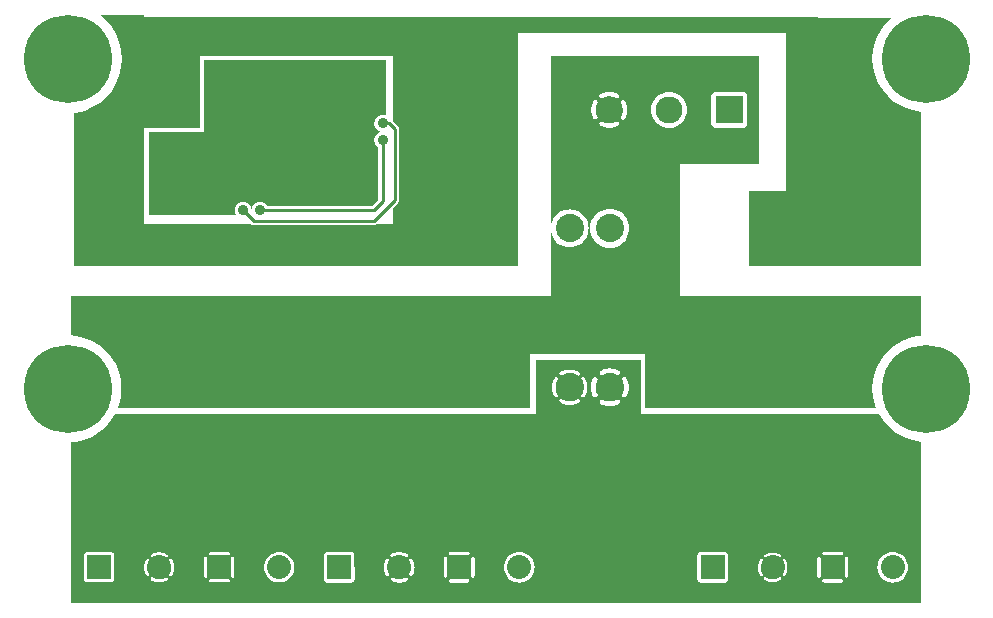
<source format=gbr>
G04 start of page 3 for group 1 idx 1 *
G04 Title: (unknown), solder *
G04 Creator: pcb 20140316 *
G04 CreationDate: Tue 26 Feb 2019 04:39:58 AM GMT UTC *
G04 For: railfan *
G04 Format: Gerber/RS-274X *
G04 PCB-Dimensions (mil): 3200.00 2000.00 *
G04 PCB-Coordinate-Origin: lower left *
%MOIN*%
%FSLAX25Y25*%
%LNBOTTOM*%
%ADD44C,0.0550*%
%ADD43C,0.1285*%
%ADD42C,0.0640*%
%ADD41C,0.0480*%
%ADD40C,0.0200*%
%ADD39C,0.0360*%
%ADD38C,0.0900*%
%ADD37C,0.2937*%
%ADD36C,0.0940*%
%ADD35C,0.0800*%
%ADD34C,0.0100*%
%ADD33C,0.0001*%
G54D33*G36*
X209500Y104000D02*X301500D01*
Y90620D01*
X300225Y90520D01*
X297518Y89870D01*
X294947Y88805D01*
X292574Y87351D01*
X290457Y85543D01*
X288649Y83426D01*
X287195Y81053D01*
X286130Y78482D01*
X285480Y75775D01*
X285261Y73000D01*
X285480Y70225D01*
X286130Y67518D01*
X286552Y66500D01*
X209500D01*
Y104000D01*
G37*
G36*
X291992Y59146D02*X292574Y58649D01*
X294947Y57195D01*
X297518Y56130D01*
X300225Y55480D01*
X301500Y55380D01*
Y1500D01*
X291992D01*
Y8385D01*
X292000Y8384D01*
X292800Y8447D01*
X293581Y8635D01*
X294322Y8942D01*
X295007Y9361D01*
X295617Y9883D01*
X296139Y10493D01*
X296558Y11178D01*
X296865Y11919D01*
X297053Y12700D01*
X297100Y13500D01*
X297053Y14300D01*
X296865Y15081D01*
X296558Y15822D01*
X296139Y16507D01*
X295617Y17117D01*
X295007Y17639D01*
X294322Y18058D01*
X293581Y18365D01*
X292800Y18553D01*
X292000Y18616D01*
X291992Y18615D01*
Y59146D01*
G37*
G36*
X276550Y64500D02*X287469D01*
X288649Y62574D01*
X290457Y60457D01*
X291992Y59146D01*
Y18615D01*
X291200Y18553D01*
X290419Y18365D01*
X289678Y18058D01*
X288993Y17639D01*
X288383Y17117D01*
X287861Y16507D01*
X287442Y15822D01*
X287135Y15081D01*
X286947Y14300D01*
X286884Y13500D01*
X286947Y12700D01*
X287135Y11919D01*
X287442Y11178D01*
X287861Y10493D01*
X288383Y9883D01*
X288993Y9361D01*
X289678Y8942D01*
X290419Y8635D01*
X291200Y8447D01*
X291992Y8385D01*
Y1500D01*
X276550D01*
Y10048D01*
X276636Y10055D01*
X276720Y10075D01*
X276800Y10108D01*
X276874Y10154D01*
X276940Y10210D01*
X276996Y10276D01*
X277042Y10350D01*
X277075Y10430D01*
X277095Y10514D01*
X277100Y10600D01*
Y16400D01*
X277095Y16486D01*
X277075Y16570D01*
X277042Y16650D01*
X276996Y16724D01*
X276940Y16790D01*
X276874Y16846D01*
X276800Y16892D01*
X276720Y16925D01*
X276636Y16945D01*
X276550Y16952D01*
Y64500D01*
G37*
G36*
X272000D02*X276550D01*
Y16952D01*
X276464Y16945D01*
X276380Y16925D01*
X276300Y16892D01*
X276226Y16846D01*
X276160Y16790D01*
X276104Y16724D01*
X276058Y16650D01*
X276025Y16570D01*
X276005Y16486D01*
X276000Y16400D01*
Y10600D01*
X276005Y10514D01*
X276025Y10430D01*
X276058Y10350D01*
X276104Y10276D01*
X276160Y10210D01*
X276226Y10154D01*
X276300Y10108D01*
X276380Y10075D01*
X276464Y10055D01*
X276550Y10048D01*
Y1500D01*
X272000D01*
Y8400D01*
X274900D01*
X274986Y8405D01*
X275070Y8425D01*
X275150Y8458D01*
X275224Y8504D01*
X275290Y8560D01*
X275346Y8626D01*
X275392Y8700D01*
X275425Y8780D01*
X275445Y8864D01*
X275452Y8950D01*
X275445Y9036D01*
X275425Y9120D01*
X275392Y9200D01*
X275346Y9274D01*
X275290Y9340D01*
X275224Y9396D01*
X275150Y9442D01*
X275070Y9475D01*
X274986Y9495D01*
X274900Y9500D01*
X272000D01*
Y17500D01*
X274900D01*
X274986Y17505D01*
X275070Y17525D01*
X275150Y17558D01*
X275224Y17604D01*
X275290Y17660D01*
X275346Y17726D01*
X275392Y17800D01*
X275425Y17880D01*
X275445Y17964D01*
X275452Y18050D01*
X275445Y18136D01*
X275425Y18220D01*
X275392Y18300D01*
X275346Y18374D01*
X275290Y18440D01*
X275224Y18496D01*
X275150Y18542D01*
X275070Y18575D01*
X274986Y18595D01*
X274900Y18600D01*
X272000D01*
Y64500D01*
G37*
G36*
X267450D02*X272000D01*
Y18600D01*
X269100D01*
X269014Y18595D01*
X268930Y18575D01*
X268850Y18542D01*
X268776Y18496D01*
X268710Y18440D01*
X268654Y18374D01*
X268608Y18300D01*
X268575Y18220D01*
X268555Y18136D01*
X268548Y18050D01*
X268555Y17964D01*
X268575Y17880D01*
X268608Y17800D01*
X268654Y17726D01*
X268710Y17660D01*
X268776Y17604D01*
X268850Y17558D01*
X268930Y17525D01*
X269014Y17505D01*
X269100Y17500D01*
X272000D01*
Y9500D01*
X269100D01*
X269014Y9495D01*
X268930Y9475D01*
X268850Y9442D01*
X268776Y9396D01*
X268710Y9340D01*
X268654Y9274D01*
X268608Y9200D01*
X268575Y9120D01*
X268555Y9036D01*
X268548Y8950D01*
X268555Y8864D01*
X268575Y8780D01*
X268608Y8700D01*
X268654Y8626D01*
X268710Y8560D01*
X268776Y8504D01*
X268850Y8458D01*
X268930Y8425D01*
X269014Y8405D01*
X269100Y8400D01*
X272000D01*
Y1500D01*
X267450D01*
Y10048D01*
X267536Y10055D01*
X267620Y10075D01*
X267700Y10108D01*
X267774Y10154D01*
X267840Y10210D01*
X267896Y10276D01*
X267942Y10350D01*
X267975Y10430D01*
X267995Y10514D01*
X268000Y10600D01*
Y16400D01*
X267995Y16486D01*
X267975Y16570D01*
X267942Y16650D01*
X267896Y16724D01*
X267840Y16790D01*
X267774Y16846D01*
X267700Y16892D01*
X267620Y16925D01*
X267536Y16945D01*
X267450Y16952D01*
Y64500D01*
G37*
G36*
X256080D02*X267450D01*
Y16952D01*
X267364Y16945D01*
X267280Y16925D01*
X267200Y16892D01*
X267126Y16846D01*
X267060Y16790D01*
X267004Y16724D01*
X266958Y16650D01*
X266925Y16570D01*
X266905Y16486D01*
X266900Y16400D01*
Y10600D01*
X266905Y10514D01*
X266925Y10430D01*
X266958Y10350D01*
X267004Y10276D01*
X267060Y10210D01*
X267126Y10154D01*
X267200Y10108D01*
X267280Y10075D01*
X267364Y10055D01*
X267450Y10048D01*
Y1500D01*
X256080D01*
Y10788D01*
X256090Y10802D01*
X256320Y11177D01*
X256511Y11573D01*
X256665Y11985D01*
X256782Y12409D01*
X256861Y12842D01*
X256900Y13280D01*
Y13720D01*
X256861Y14158D01*
X256782Y14591D01*
X256665Y15015D01*
X256511Y15427D01*
X256320Y15823D01*
X256094Y16201D01*
X256080Y16220D01*
Y64500D01*
G37*
G36*
X252002D02*X256080D01*
Y16220D01*
X256051Y16258D01*
X255999Y16306D01*
X255939Y16346D01*
X255875Y16377D01*
X255806Y16397D01*
X255735Y16405D01*
X255664Y16403D01*
X255594Y16389D01*
X255526Y16365D01*
X255464Y16331D01*
X255407Y16287D01*
X255359Y16234D01*
X255319Y16175D01*
X255288Y16111D01*
X255268Y16042D01*
X255260Y15971D01*
X255262Y15900D01*
X255276Y15829D01*
X255300Y15762D01*
X255336Y15700D01*
X255523Y15395D01*
X255678Y15071D01*
X255804Y14735D01*
X255900Y14390D01*
X255964Y14037D01*
X255996Y13679D01*
Y13321D01*
X255964Y12963D01*
X255900Y12610D01*
X255804Y12265D01*
X255678Y11929D01*
X255523Y11605D01*
X255339Y11297D01*
X255304Y11236D01*
X255279Y11170D01*
X255266Y11100D01*
X255264Y11029D01*
X255272Y10959D01*
X255292Y10891D01*
X255322Y10827D01*
X255362Y10768D01*
X255410Y10716D01*
X255466Y10673D01*
X255528Y10639D01*
X255595Y10614D01*
X255664Y10601D01*
X255735Y10599D01*
X255805Y10607D01*
X255873Y10627D01*
X255937Y10657D01*
X255996Y10697D01*
X256048Y10745D01*
X256080Y10788D01*
Y1500D01*
X252002D01*
Y8600D01*
X252220D01*
X252658Y8639D01*
X253091Y8718D01*
X253515Y8835D01*
X253927Y8989D01*
X254323Y9180D01*
X254701Y9406D01*
X254758Y9449D01*
X254806Y9501D01*
X254846Y9561D01*
X254877Y9625D01*
X254897Y9694D01*
X254905Y9765D01*
X254903Y9836D01*
X254889Y9906D01*
X254865Y9974D01*
X254831Y10036D01*
X254787Y10093D01*
X254734Y10141D01*
X254675Y10181D01*
X254611Y10212D01*
X254542Y10232D01*
X254471Y10240D01*
X254400Y10238D01*
X254329Y10224D01*
X254262Y10200D01*
X254200Y10164D01*
X253895Y9977D01*
X253571Y9822D01*
X253235Y9696D01*
X252890Y9600D01*
X252537Y9536D01*
X252179Y9504D01*
X252002D01*
Y17496D01*
X252179D01*
X252537Y17464D01*
X252890Y17400D01*
X253235Y17304D01*
X253571Y17178D01*
X253895Y17023D01*
X254203Y16839D01*
X254264Y16804D01*
X254330Y16779D01*
X254400Y16766D01*
X254471Y16764D01*
X254541Y16772D01*
X254609Y16792D01*
X254673Y16822D01*
X254732Y16862D01*
X254784Y16910D01*
X254827Y16966D01*
X254861Y17028D01*
X254886Y17095D01*
X254899Y17164D01*
X254901Y17235D01*
X254893Y17305D01*
X254873Y17373D01*
X254843Y17437D01*
X254803Y17496D01*
X254755Y17548D01*
X254698Y17590D01*
X254323Y17820D01*
X253927Y18011D01*
X253515Y18165D01*
X253091Y18282D01*
X252658Y18361D01*
X252220Y18400D01*
X252002D01*
Y64500D01*
G37*
G36*
X247920D02*X252002D01*
Y18400D01*
X251780D01*
X251342Y18361D01*
X250909Y18282D01*
X250485Y18165D01*
X250073Y18011D01*
X249677Y17820D01*
X249299Y17594D01*
X249242Y17551D01*
X249194Y17499D01*
X249154Y17439D01*
X249123Y17375D01*
X249103Y17306D01*
X249095Y17235D01*
X249097Y17164D01*
X249111Y17094D01*
X249135Y17026D01*
X249169Y16964D01*
X249213Y16907D01*
X249266Y16859D01*
X249325Y16819D01*
X249389Y16788D01*
X249458Y16768D01*
X249529Y16760D01*
X249600Y16762D01*
X249671Y16776D01*
X249738Y16800D01*
X249800Y16836D01*
X250105Y17023D01*
X250429Y17178D01*
X250765Y17304D01*
X251110Y17400D01*
X251463Y17464D01*
X251821Y17496D01*
X252002D01*
Y9504D01*
X251821D01*
X251463Y9536D01*
X251110Y9600D01*
X250765Y9696D01*
X250429Y9822D01*
X250105Y9977D01*
X249797Y10161D01*
X249736Y10196D01*
X249670Y10221D01*
X249600Y10234D01*
X249529Y10236D01*
X249459Y10228D01*
X249391Y10208D01*
X249327Y10178D01*
X249268Y10138D01*
X249216Y10090D01*
X249173Y10034D01*
X249139Y9972D01*
X249114Y9905D01*
X249101Y9836D01*
X249099Y9765D01*
X249107Y9695D01*
X249127Y9627D01*
X249157Y9563D01*
X249197Y9504D01*
X249245Y9452D01*
X249302Y9410D01*
X249677Y9180D01*
X250073Y8989D01*
X250485Y8835D01*
X250909Y8718D01*
X251342Y8639D01*
X251780Y8600D01*
X252002D01*
Y1500D01*
X247920D01*
Y10780D01*
X247949Y10742D01*
X248001Y10694D01*
X248061Y10654D01*
X248125Y10623D01*
X248194Y10603D01*
X248265Y10595D01*
X248336Y10597D01*
X248406Y10611D01*
X248474Y10635D01*
X248536Y10669D01*
X248593Y10713D01*
X248641Y10766D01*
X248681Y10825D01*
X248712Y10889D01*
X248732Y10958D01*
X248740Y11029D01*
X248738Y11100D01*
X248724Y11171D01*
X248700Y11238D01*
X248664Y11300D01*
X248477Y11605D01*
X248322Y11929D01*
X248196Y12265D01*
X248100Y12610D01*
X248036Y12963D01*
X248004Y13321D01*
Y13679D01*
X248036Y14037D01*
X248100Y14390D01*
X248196Y14735D01*
X248322Y15071D01*
X248477Y15395D01*
X248661Y15703D01*
X248696Y15764D01*
X248721Y15830D01*
X248734Y15900D01*
X248736Y15971D01*
X248728Y16041D01*
X248708Y16109D01*
X248678Y16173D01*
X248638Y16232D01*
X248590Y16284D01*
X248534Y16327D01*
X248472Y16361D01*
X248405Y16386D01*
X248336Y16399D01*
X248265Y16401D01*
X248195Y16393D01*
X248127Y16373D01*
X248063Y16343D01*
X248004Y16303D01*
X247952Y16255D01*
X247920Y16212D01*
Y64500D01*
G37*
G36*
X232000D02*X247920D01*
Y16212D01*
X247910Y16198D01*
X247680Y15823D01*
X247489Y15427D01*
X247335Y15015D01*
X247218Y14591D01*
X247139Y14158D01*
X247100Y13720D01*
Y13280D01*
X247139Y12842D01*
X247218Y12409D01*
X247335Y11985D01*
X247489Y11573D01*
X247680Y11177D01*
X247906Y10799D01*
X247920Y10780D01*
Y1500D01*
X232000D01*
Y8405D01*
X236173Y8410D01*
X236341Y8451D01*
X236501Y8517D01*
X236649Y8607D01*
X236780Y8720D01*
X236893Y8851D01*
X236983Y8999D01*
X237049Y9159D01*
X237090Y9327D01*
X237100Y9500D01*
X237090Y17673D01*
X237049Y17841D01*
X236983Y18001D01*
X236893Y18149D01*
X236780Y18280D01*
X236649Y18393D01*
X236501Y18483D01*
X236341Y18549D01*
X236173Y18590D01*
X236000Y18600D01*
X232000Y18595D01*
Y64500D01*
G37*
G36*
X209500D02*X232000D01*
Y18595D01*
X227827Y18590D01*
X227659Y18549D01*
X227499Y18483D01*
X227351Y18393D01*
X227220Y18280D01*
X227107Y18149D01*
X227017Y18001D01*
X226951Y17841D01*
X226910Y17673D01*
X226900Y17500D01*
X226910Y9327D01*
X226951Y9159D01*
X227017Y8999D01*
X227107Y8851D01*
X227220Y8720D01*
X227351Y8607D01*
X227499Y8517D01*
X227659Y8451D01*
X227827Y8410D01*
X228000Y8400D01*
X232000Y8405D01*
Y1500D01*
X209500D01*
Y64500D01*
G37*
G36*
X163000Y104000D02*X228000D01*
Y84500D01*
X163000D01*
Y104000D01*
G37*
G36*
X18000D02*X171000D01*
Y66500D01*
X33665D01*
X34061Y67456D01*
X34718Y70194D01*
X34884Y73000D01*
X34718Y75806D01*
X34061Y78544D01*
X32984Y81144D01*
X31513Y83544D01*
X29685Y85685D01*
X27544Y87513D01*
X25144Y88984D01*
X22544Y90061D01*
X19806Y90718D01*
X18000Y90860D01*
Y104000D01*
G37*
G36*
X19000Y128000D02*X77879D01*
X77898Y127981D01*
X77936Y127936D01*
X78116Y127783D01*
X78317Y127659D01*
X78535Y127569D01*
X78765Y127514D01*
X79000Y127495D01*
X79059Y127500D01*
X118941D01*
X119000Y127495D01*
X119235Y127514D01*
X119235Y127514D01*
X119465Y127569D01*
X119683Y127659D01*
X119884Y127783D01*
X120064Y127936D01*
X120102Y127981D01*
X120121Y128000D01*
X162500D01*
Y114000D01*
X19000D01*
Y128000D01*
G37*
G36*
X202867Y82500D02*X208000D01*
Y64000D01*
X202867D01*
Y70158D01*
X202889Y70167D01*
X202998Y70230D01*
X203095Y70309D01*
X203179Y70403D01*
X203245Y70510D01*
X203497Y71018D01*
X203697Y71548D01*
X203848Y72094D01*
X203949Y72652D01*
X204000Y73217D01*
Y73783D01*
X203949Y74348D01*
X203848Y74906D01*
X203697Y75452D01*
X203497Y75982D01*
X203251Y76493D01*
X203183Y76600D01*
X203099Y76694D01*
X203000Y76774D01*
X202891Y76838D01*
X202867Y76847D01*
Y82500D01*
G37*
G36*
X197702D02*X202867D01*
Y76847D01*
X202773Y76884D01*
X202649Y76910D01*
X202522Y76917D01*
X202396Y76904D01*
X202274Y76872D01*
X202158Y76821D01*
X202052Y76752D01*
X201957Y76668D01*
X201877Y76569D01*
X201814Y76460D01*
X201768Y76342D01*
X201741Y76218D01*
X201734Y76091D01*
X201747Y75965D01*
X201779Y75843D01*
X201833Y75728D01*
X202021Y75350D01*
X202169Y74955D01*
X202282Y74548D01*
X202357Y74132D01*
X202395Y73711D01*
Y73289D01*
X202357Y72868D01*
X202282Y72452D01*
X202169Y72045D01*
X202021Y71650D01*
X201837Y71269D01*
X201784Y71155D01*
X201752Y71034D01*
X201739Y70908D01*
X201746Y70783D01*
X201772Y70660D01*
X201818Y70542D01*
X201881Y70433D01*
X201961Y70336D01*
X202055Y70252D01*
X202160Y70183D01*
X202276Y70133D01*
X202397Y70100D01*
X202523Y70088D01*
X202648Y70095D01*
X202771Y70121D01*
X202867Y70158D01*
Y64000D01*
X197702D01*
Y67200D01*
X197983D01*
X198548Y67251D01*
X199106Y67352D01*
X199652Y67503D01*
X200182Y67703D01*
X200693Y67949D01*
X200800Y68017D01*
X200894Y68101D01*
X200974Y68200D01*
X201038Y68309D01*
X201084Y68427D01*
X201110Y68551D01*
X201117Y68678D01*
X201104Y68804D01*
X201072Y68926D01*
X201021Y69042D01*
X200952Y69148D01*
X200868Y69243D01*
X200769Y69323D01*
X200660Y69386D01*
X200542Y69432D01*
X200418Y69459D01*
X200291Y69466D01*
X200165Y69453D01*
X200043Y69421D01*
X199928Y69367D01*
X199550Y69179D01*
X199155Y69031D01*
X198748Y68918D01*
X198332Y68843D01*
X197911Y68805D01*
X197702D01*
Y78195D01*
X197911D01*
X198332Y78157D01*
X198748Y78082D01*
X199155Y77969D01*
X199550Y77821D01*
X199931Y77637D01*
X200045Y77584D01*
X200166Y77552D01*
X200292Y77539D01*
X200417Y77546D01*
X200540Y77572D01*
X200658Y77618D01*
X200767Y77681D01*
X200864Y77761D01*
X200948Y77855D01*
X201017Y77960D01*
X201067Y78076D01*
X201100Y78197D01*
X201112Y78323D01*
X201105Y78448D01*
X201079Y78571D01*
X201033Y78689D01*
X200970Y78798D01*
X200891Y78895D01*
X200797Y78979D01*
X200690Y79045D01*
X200182Y79297D01*
X199652Y79497D01*
X199106Y79648D01*
X198548Y79749D01*
X197983Y79800D01*
X197702D01*
Y82500D01*
G37*
G36*
X193000D02*X197702D01*
Y79800D01*
X197417D01*
X196852Y79749D01*
X196294Y79648D01*
X195748Y79497D01*
X195218Y79297D01*
X194707Y79051D01*
X194600Y78983D01*
X194506Y78899D01*
X194426Y78800D01*
X194362Y78691D01*
X194316Y78573D01*
X194290Y78449D01*
X194283Y78322D01*
X194296Y78196D01*
X194328Y78074D01*
X194379Y77958D01*
X194448Y77852D01*
X194532Y77757D01*
X194631Y77677D01*
X194740Y77614D01*
X194858Y77568D01*
X194982Y77541D01*
X195109Y77534D01*
X195235Y77547D01*
X195357Y77579D01*
X195472Y77633D01*
X195850Y77821D01*
X196245Y77969D01*
X196652Y78082D01*
X197068Y78157D01*
X197489Y78195D01*
X197702D01*
Y68805D01*
X197489D01*
X197068Y68843D01*
X196652Y68918D01*
X196245Y69031D01*
X195850Y69179D01*
X195469Y69363D01*
X195355Y69416D01*
X195234Y69448D01*
X195108Y69461D01*
X194983Y69454D01*
X194860Y69428D01*
X194742Y69382D01*
X194633Y69319D01*
X194536Y69239D01*
X194452Y69145D01*
X194383Y69040D01*
X194333Y68924D01*
X194300Y68803D01*
X194288Y68677D01*
X194295Y68552D01*
X194321Y68429D01*
X194367Y68311D01*
X194430Y68202D01*
X194509Y68105D01*
X194603Y68021D01*
X194710Y67955D01*
X195218Y67703D01*
X195748Y67503D01*
X196294Y67352D01*
X196852Y67251D01*
X197417Y67200D01*
X197702D01*
Y64000D01*
X193000D01*
Y70095D01*
X193004Y70096D01*
X193126Y70128D01*
X193242Y70179D01*
X193348Y70248D01*
X193443Y70332D01*
X193523Y70431D01*
X193586Y70540D01*
X193632Y70658D01*
X193659Y70782D01*
X193666Y70909D01*
X193653Y71035D01*
X193621Y71157D01*
X193567Y71272D01*
X193379Y71650D01*
X193231Y72045D01*
X193118Y72452D01*
X193043Y72868D01*
X193005Y73289D01*
Y73711D01*
X193043Y74132D01*
X193118Y74548D01*
X193231Y74955D01*
X193379Y75350D01*
X193563Y75731D01*
X193616Y75845D01*
X193648Y75966D01*
X193661Y76092D01*
X193654Y76217D01*
X193628Y76340D01*
X193582Y76458D01*
X193519Y76567D01*
X193439Y76664D01*
X193345Y76748D01*
X193240Y76817D01*
X193124Y76867D01*
X193003Y76900D01*
X193000Y76900D01*
Y82500D01*
G37*
G36*
X192533D02*X200000D01*
Y79366D01*
X199652Y79497D01*
X199106Y79648D01*
X198548Y79749D01*
X197983Y79800D01*
X197417D01*
X196852Y79749D01*
X196294Y79648D01*
X195748Y79497D01*
X195218Y79297D01*
X194707Y79051D01*
X194600Y78983D01*
X194506Y78899D01*
X194426Y78800D01*
X194362Y78691D01*
X194316Y78573D01*
X194290Y78449D01*
X194283Y78322D01*
X194296Y78196D01*
X194328Y78074D01*
X194379Y77958D01*
X194448Y77852D01*
X194532Y77757D01*
X194631Y77677D01*
X194740Y77614D01*
X194858Y77568D01*
X194982Y77541D01*
X195109Y77534D01*
X195235Y77547D01*
X195357Y77579D01*
X195472Y77633D01*
X195850Y77821D01*
X196245Y77969D01*
X196652Y78082D01*
X197068Y78157D01*
X197489Y78195D01*
X197911D01*
X198332Y78157D01*
X198748Y78082D01*
X199155Y77969D01*
X199550Y77821D01*
X199931Y77637D01*
X200000Y77605D01*
Y69401D01*
X199928Y69367D01*
X199550Y69179D01*
X199155Y69031D01*
X198748Y68918D01*
X198332Y68843D01*
X197911Y68805D01*
X197489D01*
X197068Y68843D01*
X196652Y68918D01*
X196245Y69031D01*
X195850Y69179D01*
X195469Y69363D01*
X195355Y69416D01*
X195234Y69448D01*
X195108Y69461D01*
X194983Y69454D01*
X194860Y69428D01*
X194742Y69382D01*
X194633Y69319D01*
X194536Y69239D01*
X194452Y69145D01*
X194383Y69040D01*
X194333Y68924D01*
X194300Y68803D01*
X194288Y68677D01*
X194295Y68552D01*
X194321Y68429D01*
X194367Y68311D01*
X194430Y68202D01*
X194509Y68105D01*
X194603Y68021D01*
X194710Y67955D01*
X195218Y67703D01*
X195748Y67503D01*
X196294Y67352D01*
X196852Y67251D01*
X197417Y67200D01*
X197983D01*
X198548Y67251D01*
X199106Y67352D01*
X199652Y67503D01*
X200000Y67634D01*
Y56500D01*
X192533D01*
Y70153D01*
X192627Y70116D01*
X192751Y70090D01*
X192878Y70083D01*
X193004Y70096D01*
X193126Y70128D01*
X193242Y70179D01*
X193348Y70248D01*
X193443Y70332D01*
X193523Y70431D01*
X193586Y70540D01*
X193632Y70658D01*
X193659Y70782D01*
X193666Y70909D01*
X193653Y71035D01*
X193621Y71157D01*
X193567Y71272D01*
X193379Y71650D01*
X193231Y72045D01*
X193118Y72452D01*
X193043Y72868D01*
X193005Y73289D01*
Y73711D01*
X193043Y74132D01*
X193118Y74548D01*
X193231Y74955D01*
X193379Y75350D01*
X193563Y75731D01*
X193616Y75845D01*
X193648Y75966D01*
X193661Y76092D01*
X193654Y76217D01*
X193628Y76340D01*
X193582Y76458D01*
X193519Y76567D01*
X193439Y76664D01*
X193345Y76748D01*
X193240Y76817D01*
X193124Y76867D01*
X193003Y76900D01*
X192877Y76912D01*
X192752Y76905D01*
X192629Y76879D01*
X192533Y76842D01*
Y82500D01*
G37*
G36*
X189197D02*X192533D01*
Y76842D01*
X192511Y76833D01*
X192402Y76770D01*
X192305Y76691D01*
X192221Y76597D01*
X192155Y76490D01*
X191903Y75982D01*
X191703Y75452D01*
X191552Y74906D01*
X191451Y74348D01*
X191400Y73783D01*
Y73217D01*
X191451Y72652D01*
X191552Y72094D01*
X191703Y71548D01*
X191903Y71018D01*
X192149Y70507D01*
X192217Y70400D01*
X192301Y70306D01*
X192400Y70226D01*
X192509Y70162D01*
X192533Y70153D01*
Y56500D01*
X189197D01*
Y70245D01*
X189247Y70294D01*
X189302Y70371D01*
X189577Y70847D01*
X189801Y71350D01*
X189977Y71871D01*
X190104Y72406D01*
X190181Y72951D01*
X190206Y73500D01*
X190181Y74049D01*
X190104Y74594D01*
X189977Y75129D01*
X189801Y75650D01*
X189577Y76153D01*
X189307Y76632D01*
X189251Y76709D01*
X189197Y76762D01*
Y82500D01*
G37*
G36*
X184303D02*X189197D01*
Y76762D01*
X189183Y76776D01*
X189106Y76831D01*
X189020Y76874D01*
X188930Y76902D01*
X188835Y76916D01*
X188740Y76915D01*
X188646Y76900D01*
X188556Y76869D01*
X188471Y76825D01*
X188395Y76769D01*
X188328Y76701D01*
X188273Y76623D01*
X188230Y76538D01*
X188202Y76447D01*
X188188Y76353D01*
X188189Y76258D01*
X188204Y76164D01*
X188235Y76073D01*
X188280Y75990D01*
X188499Y75611D01*
X188677Y75211D01*
X188818Y74797D01*
X188919Y74371D01*
X188980Y73937D01*
X189000Y73500D01*
X188980Y73063D01*
X188919Y72629D01*
X188818Y72203D01*
X188677Y71789D01*
X188499Y71389D01*
X188285Y71007D01*
X188239Y70925D01*
X188209Y70835D01*
X188194Y70742D01*
X188193Y70648D01*
X188207Y70554D01*
X188235Y70464D01*
X188277Y70380D01*
X188332Y70303D01*
X188398Y70235D01*
X188474Y70179D01*
X188558Y70135D01*
X188647Y70105D01*
X188741Y70090D01*
X188835Y70089D01*
X188928Y70103D01*
X189018Y70131D01*
X189103Y70173D01*
X189180Y70228D01*
X189197Y70245D01*
Y56500D01*
X184303D01*
Y67594D01*
X184849Y67619D01*
X185394Y67696D01*
X185929Y67823D01*
X186450Y67999D01*
X186953Y68223D01*
X187432Y68493D01*
X187509Y68549D01*
X187576Y68617D01*
X187631Y68694D01*
X187674Y68780D01*
X187702Y68870D01*
X187716Y68965D01*
X187715Y69060D01*
X187700Y69154D01*
X187669Y69244D01*
X187625Y69329D01*
X187569Y69405D01*
X187501Y69472D01*
X187423Y69527D01*
X187338Y69570D01*
X187247Y69598D01*
X187153Y69612D01*
X187058Y69611D01*
X186964Y69596D01*
X186873Y69565D01*
X186790Y69520D01*
X186411Y69301D01*
X186011Y69123D01*
X185597Y68982D01*
X185171Y68881D01*
X184737Y68820D01*
X184303Y68800D01*
Y78200D01*
X184737Y78180D01*
X185171Y78119D01*
X185597Y78018D01*
X186011Y77877D01*
X186411Y77699D01*
X186793Y77485D01*
X186875Y77439D01*
X186965Y77409D01*
X187058Y77394D01*
X187152Y77393D01*
X187246Y77407D01*
X187336Y77435D01*
X187420Y77477D01*
X187497Y77532D01*
X187565Y77598D01*
X187621Y77674D01*
X187665Y77758D01*
X187695Y77847D01*
X187710Y77941D01*
X187711Y78035D01*
X187697Y78128D01*
X187669Y78218D01*
X187627Y78303D01*
X187572Y78380D01*
X187506Y78447D01*
X187429Y78502D01*
X186953Y78777D01*
X186450Y79001D01*
X185929Y79177D01*
X185394Y79304D01*
X184849Y79381D01*
X184303Y79406D01*
Y82500D01*
G37*
G36*
X179403D02*X184303D01*
Y79406D01*
X184300Y79406D01*
X183751Y79381D01*
X183206Y79304D01*
X182671Y79177D01*
X182150Y79001D01*
X181647Y78777D01*
X181168Y78507D01*
X181091Y78451D01*
X181024Y78383D01*
X180969Y78306D01*
X180926Y78220D01*
X180898Y78130D01*
X180884Y78035D01*
X180885Y77940D01*
X180900Y77846D01*
X180931Y77756D01*
X180975Y77671D01*
X181031Y77595D01*
X181099Y77528D01*
X181177Y77473D01*
X181262Y77430D01*
X181353Y77402D01*
X181447Y77388D01*
X181542Y77389D01*
X181636Y77404D01*
X181727Y77435D01*
X181810Y77480D01*
X182189Y77699D01*
X182589Y77877D01*
X183003Y78018D01*
X183429Y78119D01*
X183863Y78180D01*
X184300Y78200D01*
X184303Y78200D01*
Y68800D01*
X184300Y68800D01*
X183863Y68820D01*
X183429Y68881D01*
X183003Y68982D01*
X182589Y69123D01*
X182189Y69301D01*
X181807Y69515D01*
X181725Y69561D01*
X181635Y69591D01*
X181542Y69606D01*
X181448Y69607D01*
X181354Y69593D01*
X181264Y69565D01*
X181180Y69523D01*
X181103Y69468D01*
X181035Y69402D01*
X180979Y69326D01*
X180935Y69242D01*
X180905Y69153D01*
X180890Y69059D01*
X180889Y68965D01*
X180903Y68872D01*
X180931Y68782D01*
X180973Y68697D01*
X181028Y68620D01*
X181094Y68553D01*
X181171Y68498D01*
X181647Y68223D01*
X182150Y67999D01*
X182671Y67823D01*
X183206Y67696D01*
X183751Y67619D01*
X184300Y67594D01*
X184303Y67594D01*
Y56500D01*
X179403D01*
Y70238D01*
X179417Y70224D01*
X179494Y70169D01*
X179580Y70126D01*
X179670Y70098D01*
X179765Y70084D01*
X179860Y70085D01*
X179954Y70100D01*
X180044Y70131D01*
X180129Y70175D01*
X180205Y70231D01*
X180272Y70299D01*
X180327Y70377D01*
X180370Y70462D01*
X180398Y70553D01*
X180412Y70647D01*
X180411Y70742D01*
X180396Y70836D01*
X180365Y70927D01*
X180320Y71010D01*
X180101Y71389D01*
X179923Y71789D01*
X179782Y72203D01*
X179681Y72629D01*
X179620Y73063D01*
X179600Y73500D01*
X179620Y73937D01*
X179681Y74371D01*
X179782Y74797D01*
X179923Y75211D01*
X180101Y75611D01*
X180315Y75993D01*
X180361Y76075D01*
X180391Y76165D01*
X180406Y76258D01*
X180407Y76352D01*
X180393Y76446D01*
X180365Y76536D01*
X180323Y76620D01*
X180268Y76697D01*
X180202Y76765D01*
X180126Y76821D01*
X180042Y76865D01*
X179953Y76895D01*
X179859Y76910D01*
X179765Y76911D01*
X179672Y76897D01*
X179582Y76869D01*
X179497Y76827D01*
X179420Y76772D01*
X179403Y76755D01*
Y82500D01*
G37*
G36*
X173000D02*X179403D01*
Y76755D01*
X179353Y76706D01*
X179298Y76629D01*
X179023Y76153D01*
X178799Y75650D01*
X178623Y75129D01*
X178496Y74594D01*
X178419Y74049D01*
X178394Y73500D01*
X178419Y72951D01*
X178496Y72406D01*
X178623Y71871D01*
X178799Y71350D01*
X179023Y70847D01*
X179293Y70368D01*
X179349Y70291D01*
X179403Y70238D01*
Y56500D01*
X173000D01*
Y82500D01*
G37*
G36*
X197702D02*X203000D01*
Y76774D01*
X202891Y76838D01*
X202773Y76884D01*
X202649Y76910D01*
X202522Y76917D01*
X202396Y76904D01*
X202274Y76872D01*
X202158Y76821D01*
X202052Y76752D01*
X201957Y76668D01*
X201877Y76569D01*
X201814Y76460D01*
X201768Y76342D01*
X201741Y76218D01*
X201734Y76091D01*
X201747Y75965D01*
X201779Y75843D01*
X201833Y75728D01*
X202021Y75350D01*
X202169Y74955D01*
X202282Y74548D01*
X202357Y74132D01*
X202395Y73711D01*
Y73289D01*
X202357Y72868D01*
X202282Y72452D01*
X202169Y72045D01*
X202021Y71650D01*
X201837Y71269D01*
X201784Y71155D01*
X201752Y71034D01*
X201739Y70908D01*
X201746Y70783D01*
X201772Y70660D01*
X201818Y70542D01*
X201881Y70433D01*
X201961Y70336D01*
X202055Y70252D01*
X202160Y70183D01*
X202276Y70133D01*
X202397Y70100D01*
X202523Y70088D01*
X202648Y70095D01*
X202771Y70121D01*
X202889Y70167D01*
X202998Y70230D01*
X203000Y70232D01*
Y59500D01*
X197702D01*
Y67200D01*
X197983D01*
X198548Y67251D01*
X199106Y67352D01*
X199652Y67503D01*
X200182Y67703D01*
X200693Y67949D01*
X200800Y68017D01*
X200894Y68101D01*
X200974Y68200D01*
X201038Y68309D01*
X201084Y68427D01*
X201110Y68551D01*
X201117Y68678D01*
X201104Y68804D01*
X201072Y68926D01*
X201021Y69042D01*
X200952Y69148D01*
X200868Y69243D01*
X200769Y69323D01*
X200660Y69386D01*
X200542Y69432D01*
X200418Y69459D01*
X200291Y69466D01*
X200165Y69453D01*
X200043Y69421D01*
X199928Y69367D01*
X199550Y69179D01*
X199155Y69031D01*
X198748Y68918D01*
X198332Y68843D01*
X197911Y68805D01*
X197702D01*
Y78195D01*
X197911D01*
X198332Y78157D01*
X198748Y78082D01*
X199155Y77969D01*
X199550Y77821D01*
X199931Y77637D01*
X200045Y77584D01*
X200166Y77552D01*
X200292Y77539D01*
X200417Y77546D01*
X200540Y77572D01*
X200658Y77618D01*
X200767Y77681D01*
X200864Y77761D01*
X200948Y77855D01*
X201017Y77960D01*
X201067Y78076D01*
X201100Y78197D01*
X201112Y78323D01*
X201105Y78448D01*
X201079Y78571D01*
X201033Y78689D01*
X200970Y78798D01*
X200891Y78895D01*
X200797Y78979D01*
X200690Y79045D01*
X200182Y79297D01*
X199652Y79497D01*
X199106Y79648D01*
X198548Y79749D01*
X197983Y79800D01*
X197702D01*
Y82500D01*
G37*
G36*
X192533D02*X197702D01*
Y79800D01*
X197417D01*
X196852Y79749D01*
X196294Y79648D01*
X195748Y79497D01*
X195218Y79297D01*
X194707Y79051D01*
X194600Y78983D01*
X194506Y78899D01*
X194426Y78800D01*
X194362Y78691D01*
X194316Y78573D01*
X194290Y78449D01*
X194283Y78322D01*
X194296Y78196D01*
X194328Y78074D01*
X194379Y77958D01*
X194448Y77852D01*
X194532Y77757D01*
X194631Y77677D01*
X194740Y77614D01*
X194858Y77568D01*
X194982Y77541D01*
X195109Y77534D01*
X195235Y77547D01*
X195357Y77579D01*
X195472Y77633D01*
X195850Y77821D01*
X196245Y77969D01*
X196652Y78082D01*
X197068Y78157D01*
X197489Y78195D01*
X197702D01*
Y68805D01*
X197489D01*
X197068Y68843D01*
X196652Y68918D01*
X196245Y69031D01*
X195850Y69179D01*
X195469Y69363D01*
X195355Y69416D01*
X195234Y69448D01*
X195108Y69461D01*
X194983Y69454D01*
X194860Y69428D01*
X194742Y69382D01*
X194633Y69319D01*
X194536Y69239D01*
X194452Y69145D01*
X194383Y69040D01*
X194333Y68924D01*
X194300Y68803D01*
X194288Y68677D01*
X194295Y68552D01*
X194321Y68429D01*
X194367Y68311D01*
X194430Y68202D01*
X194509Y68105D01*
X194603Y68021D01*
X194710Y67955D01*
X195218Y67703D01*
X195748Y67503D01*
X196294Y67352D01*
X196852Y67251D01*
X197417Y67200D01*
X197702D01*
Y59500D01*
X192533D01*
Y70153D01*
X192627Y70116D01*
X192751Y70090D01*
X192878Y70083D01*
X193004Y70096D01*
X193126Y70128D01*
X193242Y70179D01*
X193348Y70248D01*
X193443Y70332D01*
X193523Y70431D01*
X193586Y70540D01*
X193632Y70658D01*
X193659Y70782D01*
X193666Y70909D01*
X193653Y71035D01*
X193621Y71157D01*
X193567Y71272D01*
X193379Y71650D01*
X193231Y72045D01*
X193118Y72452D01*
X193043Y72868D01*
X193005Y73289D01*
Y73711D01*
X193043Y74132D01*
X193118Y74548D01*
X193231Y74955D01*
X193379Y75350D01*
X193563Y75731D01*
X193616Y75845D01*
X193648Y75966D01*
X193661Y76092D01*
X193654Y76217D01*
X193628Y76340D01*
X193582Y76458D01*
X193519Y76567D01*
X193439Y76664D01*
X193345Y76748D01*
X193240Y76817D01*
X193124Y76867D01*
X193003Y76900D01*
X192877Y76912D01*
X192752Y76905D01*
X192629Y76879D01*
X192533Y76842D01*
Y82500D01*
G37*
G36*
X189197D02*X192533D01*
Y76842D01*
X192511Y76833D01*
X192402Y76770D01*
X192305Y76691D01*
X192221Y76597D01*
X192155Y76490D01*
X191903Y75982D01*
X191703Y75452D01*
X191552Y74906D01*
X191451Y74348D01*
X191400Y73783D01*
Y73217D01*
X191451Y72652D01*
X191552Y72094D01*
X191703Y71548D01*
X191903Y71018D01*
X192149Y70507D01*
X192217Y70400D01*
X192301Y70306D01*
X192400Y70226D01*
X192509Y70162D01*
X192533Y70153D01*
Y59500D01*
X189197D01*
Y70245D01*
X189247Y70294D01*
X189302Y70371D01*
X189577Y70847D01*
X189801Y71350D01*
X189977Y71871D01*
X190104Y72406D01*
X190181Y72951D01*
X190206Y73500D01*
X190181Y74049D01*
X190104Y74594D01*
X189977Y75129D01*
X189801Y75650D01*
X189577Y76153D01*
X189307Y76632D01*
X189251Y76709D01*
X189197Y76762D01*
Y82500D01*
G37*
G36*
X184303D02*X189197D01*
Y76762D01*
X189183Y76776D01*
X189106Y76831D01*
X189020Y76874D01*
X188930Y76902D01*
X188835Y76916D01*
X188740Y76915D01*
X188646Y76900D01*
X188556Y76869D01*
X188471Y76825D01*
X188395Y76769D01*
X188328Y76701D01*
X188273Y76623D01*
X188230Y76538D01*
X188202Y76447D01*
X188188Y76353D01*
X188189Y76258D01*
X188204Y76164D01*
X188235Y76073D01*
X188280Y75990D01*
X188499Y75611D01*
X188677Y75211D01*
X188818Y74797D01*
X188919Y74371D01*
X188980Y73937D01*
X189000Y73500D01*
X188980Y73063D01*
X188919Y72629D01*
X188818Y72203D01*
X188677Y71789D01*
X188499Y71389D01*
X188285Y71007D01*
X188239Y70925D01*
X188209Y70835D01*
X188194Y70742D01*
X188193Y70648D01*
X188207Y70554D01*
X188235Y70464D01*
X188277Y70380D01*
X188332Y70303D01*
X188398Y70235D01*
X188474Y70179D01*
X188558Y70135D01*
X188647Y70105D01*
X188741Y70090D01*
X188835Y70089D01*
X188928Y70103D01*
X189018Y70131D01*
X189103Y70173D01*
X189180Y70228D01*
X189197Y70245D01*
Y59500D01*
X184303D01*
Y67594D01*
X184849Y67619D01*
X185394Y67696D01*
X185929Y67823D01*
X186450Y67999D01*
X186953Y68223D01*
X187432Y68493D01*
X187509Y68549D01*
X187576Y68617D01*
X187631Y68694D01*
X187674Y68780D01*
X187702Y68870D01*
X187716Y68965D01*
X187715Y69060D01*
X187700Y69154D01*
X187669Y69244D01*
X187625Y69329D01*
X187569Y69405D01*
X187501Y69472D01*
X187423Y69527D01*
X187338Y69570D01*
X187247Y69598D01*
X187153Y69612D01*
X187058Y69611D01*
X186964Y69596D01*
X186873Y69565D01*
X186790Y69520D01*
X186411Y69301D01*
X186011Y69123D01*
X185597Y68982D01*
X185171Y68881D01*
X184737Y68820D01*
X184303Y68800D01*
Y78200D01*
X184737Y78180D01*
X185171Y78119D01*
X185597Y78018D01*
X186011Y77877D01*
X186411Y77699D01*
X186793Y77485D01*
X186875Y77439D01*
X186965Y77409D01*
X187058Y77394D01*
X187152Y77393D01*
X187246Y77407D01*
X187336Y77435D01*
X187420Y77477D01*
X187497Y77532D01*
X187565Y77598D01*
X187621Y77674D01*
X187665Y77758D01*
X187695Y77847D01*
X187710Y77941D01*
X187711Y78035D01*
X187697Y78128D01*
X187669Y78218D01*
X187627Y78303D01*
X187572Y78380D01*
X187506Y78447D01*
X187429Y78502D01*
X186953Y78777D01*
X186450Y79001D01*
X185929Y79177D01*
X185394Y79304D01*
X184849Y79381D01*
X184303Y79406D01*
Y82500D01*
G37*
G36*
X178500Y59500D02*Y72388D01*
X178623Y71871D01*
X178799Y71350D01*
X179023Y70847D01*
X179293Y70368D01*
X179349Y70291D01*
X179417Y70224D01*
X179494Y70169D01*
X179580Y70126D01*
X179670Y70098D01*
X179765Y70084D01*
X179860Y70085D01*
X179954Y70100D01*
X180044Y70131D01*
X180129Y70175D01*
X180205Y70231D01*
X180272Y70299D01*
X180327Y70377D01*
X180370Y70462D01*
X180398Y70553D01*
X180412Y70647D01*
X180411Y70742D01*
X180396Y70836D01*
X180365Y70927D01*
X180320Y71010D01*
X180101Y71389D01*
X179923Y71789D01*
X179782Y72203D01*
X179681Y72629D01*
X179620Y73063D01*
X179600Y73500D01*
X179620Y73937D01*
X179681Y74371D01*
X179782Y74797D01*
X179923Y75211D01*
X180101Y75611D01*
X180315Y75993D01*
X180361Y76075D01*
X180391Y76165D01*
X180406Y76258D01*
X180407Y76352D01*
X180393Y76446D01*
X180365Y76536D01*
X180323Y76620D01*
X180268Y76697D01*
X180202Y76765D01*
X180126Y76821D01*
X180042Y76865D01*
X179953Y76895D01*
X179859Y76910D01*
X179765Y76911D01*
X179672Y76897D01*
X179582Y76869D01*
X179497Y76827D01*
X179420Y76772D01*
X179353Y76706D01*
X179298Y76629D01*
X179023Y76153D01*
X178799Y75650D01*
X178623Y75129D01*
X178500Y74612D01*
Y82500D01*
X184303D01*
Y79406D01*
X184300Y79406D01*
X183751Y79381D01*
X183206Y79304D01*
X182671Y79177D01*
X182150Y79001D01*
X181647Y78777D01*
X181168Y78507D01*
X181091Y78451D01*
X181024Y78383D01*
X180969Y78306D01*
X180926Y78220D01*
X180898Y78130D01*
X180884Y78035D01*
X180885Y77940D01*
X180900Y77846D01*
X180931Y77756D01*
X180975Y77671D01*
X181031Y77595D01*
X181099Y77528D01*
X181177Y77473D01*
X181262Y77430D01*
X181353Y77402D01*
X181447Y77388D01*
X181542Y77389D01*
X181636Y77404D01*
X181727Y77435D01*
X181810Y77480D01*
X182189Y77699D01*
X182589Y77877D01*
X183003Y78018D01*
X183429Y78119D01*
X183863Y78180D01*
X184300Y78200D01*
X184303Y78200D01*
Y68800D01*
X184300Y68800D01*
X183863Y68820D01*
X183429Y68881D01*
X183003Y68982D01*
X182589Y69123D01*
X182189Y69301D01*
X181807Y69515D01*
X181725Y69561D01*
X181635Y69591D01*
X181542Y69606D01*
X181448Y69607D01*
X181354Y69593D01*
X181264Y69565D01*
X181180Y69523D01*
X181103Y69468D01*
X181035Y69402D01*
X180979Y69326D01*
X180935Y69242D01*
X180905Y69153D01*
X180890Y69059D01*
X180889Y68965D01*
X180903Y68872D01*
X180931Y68782D01*
X180973Y68697D01*
X181028Y68620D01*
X181094Y68553D01*
X181171Y68498D01*
X181647Y68223D01*
X182150Y67999D01*
X182671Y67823D01*
X183206Y67696D01*
X183751Y67619D01*
X184300Y67594D01*
X184303Y67594D01*
Y59500D01*
X178500D01*
G37*
G36*
X232000Y64500D02*X239500D01*
Y1500D01*
X232000D01*
Y8405D01*
X236173Y8410D01*
X236341Y8451D01*
X236501Y8517D01*
X236649Y8607D01*
X236780Y8720D01*
X236893Y8851D01*
X236983Y8999D01*
X237049Y9159D01*
X237090Y9327D01*
X237100Y9500D01*
X237090Y17673D01*
X237049Y17841D01*
X236983Y18001D01*
X236893Y18149D01*
X236780Y18280D01*
X236649Y18393D01*
X236501Y18483D01*
X236341Y18549D01*
X236173Y18590D01*
X236000Y18600D01*
X232000Y18595D01*
Y64500D01*
G37*
G36*
X167492D02*X232000D01*
Y18595D01*
X227827Y18590D01*
X227659Y18549D01*
X227499Y18483D01*
X227351Y18393D01*
X227220Y18280D01*
X227107Y18149D01*
X227017Y18001D01*
X226951Y17841D01*
X226910Y17673D01*
X226900Y17500D01*
X226910Y9327D01*
X226951Y9159D01*
X227017Y8999D01*
X227107Y8851D01*
X227220Y8720D01*
X227351Y8607D01*
X227499Y8517D01*
X227659Y8451D01*
X227827Y8410D01*
X228000Y8400D01*
X232000Y8405D01*
Y1500D01*
X167492D01*
Y8385D01*
X167500Y8384D01*
X168300Y8447D01*
X169081Y8635D01*
X169822Y8942D01*
X170507Y9361D01*
X171117Y9883D01*
X171639Y10493D01*
X172058Y11178D01*
X172365Y11919D01*
X172553Y12700D01*
X172600Y13500D01*
X172553Y14300D01*
X172365Y15081D01*
X172058Y15822D01*
X171639Y16507D01*
X171117Y17117D01*
X170507Y17639D01*
X169822Y18058D01*
X169081Y18365D01*
X168300Y18553D01*
X167500Y18616D01*
X167492Y18615D01*
Y64500D01*
G37*
G36*
X152050D02*X167492D01*
Y18615D01*
X166700Y18553D01*
X165919Y18365D01*
X165178Y18058D01*
X164493Y17639D01*
X163883Y17117D01*
X163361Y16507D01*
X162942Y15822D01*
X162635Y15081D01*
X162447Y14300D01*
X162384Y13500D01*
X162447Y12700D01*
X162635Y11919D01*
X162942Y11178D01*
X163361Y10493D01*
X163883Y9883D01*
X164493Y9361D01*
X165178Y8942D01*
X165919Y8635D01*
X166700Y8447D01*
X167492Y8385D01*
Y1500D01*
X152050D01*
Y10048D01*
X152136Y10055D01*
X152220Y10075D01*
X152300Y10108D01*
X152374Y10154D01*
X152440Y10210D01*
X152496Y10276D01*
X152542Y10350D01*
X152575Y10430D01*
X152595Y10514D01*
X152600Y10600D01*
Y16400D01*
X152595Y16486D01*
X152575Y16570D01*
X152542Y16650D01*
X152496Y16724D01*
X152440Y16790D01*
X152374Y16846D01*
X152300Y16892D01*
X152220Y16925D01*
X152136Y16945D01*
X152050Y16952D01*
Y64500D01*
G37*
G36*
X147500D02*X152050D01*
Y16952D01*
X151964Y16945D01*
X151880Y16925D01*
X151800Y16892D01*
X151726Y16846D01*
X151660Y16790D01*
X151604Y16724D01*
X151558Y16650D01*
X151525Y16570D01*
X151505Y16486D01*
X151500Y16400D01*
Y10600D01*
X151505Y10514D01*
X151525Y10430D01*
X151558Y10350D01*
X151604Y10276D01*
X151660Y10210D01*
X151726Y10154D01*
X151800Y10108D01*
X151880Y10075D01*
X151964Y10055D01*
X152050Y10048D01*
Y1500D01*
X147500D01*
Y8400D01*
X150400D01*
X150486Y8405D01*
X150570Y8425D01*
X150650Y8458D01*
X150724Y8504D01*
X150790Y8560D01*
X150846Y8626D01*
X150892Y8700D01*
X150925Y8780D01*
X150945Y8864D01*
X150952Y8950D01*
X150945Y9036D01*
X150925Y9120D01*
X150892Y9200D01*
X150846Y9274D01*
X150790Y9340D01*
X150724Y9396D01*
X150650Y9442D01*
X150570Y9475D01*
X150486Y9495D01*
X150400Y9500D01*
X147500D01*
Y17500D01*
X150400D01*
X150486Y17505D01*
X150570Y17525D01*
X150650Y17558D01*
X150724Y17604D01*
X150790Y17660D01*
X150846Y17726D01*
X150892Y17800D01*
X150925Y17880D01*
X150945Y17964D01*
X150952Y18050D01*
X150945Y18136D01*
X150925Y18220D01*
X150892Y18300D01*
X150846Y18374D01*
X150790Y18440D01*
X150724Y18496D01*
X150650Y18542D01*
X150570Y18575D01*
X150486Y18595D01*
X150400Y18600D01*
X147500D01*
Y64500D01*
G37*
G36*
X167492D02*X190000D01*
Y1500D01*
X167492D01*
Y8385D01*
X167500Y8384D01*
X168300Y8447D01*
X169081Y8635D01*
X169822Y8942D01*
X170507Y9361D01*
X171117Y9883D01*
X171639Y10493D01*
X172058Y11178D01*
X172365Y11919D01*
X172553Y12700D01*
X172600Y13500D01*
X172553Y14300D01*
X172365Y15081D01*
X172058Y15822D01*
X171639Y16507D01*
X171117Y17117D01*
X170507Y17639D01*
X169822Y18058D01*
X169081Y18365D01*
X168300Y18553D01*
X167500Y18616D01*
X167492Y18615D01*
Y64500D01*
G37*
G36*
X152050D02*X167492D01*
Y18615D01*
X166700Y18553D01*
X165919Y18365D01*
X165178Y18058D01*
X164493Y17639D01*
X163883Y17117D01*
X163361Y16507D01*
X162942Y15822D01*
X162635Y15081D01*
X162447Y14300D01*
X162384Y13500D01*
X162447Y12700D01*
X162635Y11919D01*
X162942Y11178D01*
X163361Y10493D01*
X163883Y9883D01*
X164493Y9361D01*
X165178Y8942D01*
X165919Y8635D01*
X166700Y8447D01*
X167492Y8385D01*
Y1500D01*
X152050D01*
Y10048D01*
X152136Y10055D01*
X152220Y10075D01*
X152300Y10108D01*
X152374Y10154D01*
X152440Y10210D01*
X152496Y10276D01*
X152542Y10350D01*
X152575Y10430D01*
X152595Y10514D01*
X152600Y10600D01*
Y16400D01*
X152595Y16486D01*
X152575Y16570D01*
X152542Y16650D01*
X152496Y16724D01*
X152440Y16790D01*
X152374Y16846D01*
X152300Y16892D01*
X152220Y16925D01*
X152136Y16945D01*
X152050Y16952D01*
Y64500D01*
G37*
G36*
X147500D02*X152050D01*
Y16952D01*
X151964Y16945D01*
X151880Y16925D01*
X151800Y16892D01*
X151726Y16846D01*
X151660Y16790D01*
X151604Y16724D01*
X151558Y16650D01*
X151525Y16570D01*
X151505Y16486D01*
X151500Y16400D01*
Y10600D01*
X151505Y10514D01*
X151525Y10430D01*
X151558Y10350D01*
X151604Y10276D01*
X151660Y10210D01*
X151726Y10154D01*
X151800Y10108D01*
X151880Y10075D01*
X151964Y10055D01*
X152050Y10048D01*
Y1500D01*
X147500D01*
Y8400D01*
X150400D01*
X150486Y8405D01*
X150570Y8425D01*
X150650Y8458D01*
X150724Y8504D01*
X150790Y8560D01*
X150846Y8626D01*
X150892Y8700D01*
X150925Y8780D01*
X150945Y8864D01*
X150952Y8950D01*
X150945Y9036D01*
X150925Y9120D01*
X150892Y9200D01*
X150846Y9274D01*
X150790Y9340D01*
X150724Y9396D01*
X150650Y9442D01*
X150570Y9475D01*
X150486Y9495D01*
X150400Y9500D01*
X147500D01*
Y17500D01*
X150400D01*
X150486Y17505D01*
X150570Y17525D01*
X150650Y17558D01*
X150724Y17604D01*
X150790Y17660D01*
X150846Y17726D01*
X150892Y17800D01*
X150925Y17880D01*
X150945Y17964D01*
X150952Y18050D01*
X150945Y18136D01*
X150925Y18220D01*
X150892Y18300D01*
X150846Y18374D01*
X150790Y18440D01*
X150724Y18496D01*
X150650Y18542D01*
X150570Y18575D01*
X150486Y18595D01*
X150400Y18600D01*
X147500D01*
Y64500D01*
G37*
G36*
X142950D02*X147500D01*
Y18600D01*
X144600D01*
X144514Y18595D01*
X144430Y18575D01*
X144350Y18542D01*
X144276Y18496D01*
X144210Y18440D01*
X144154Y18374D01*
X144108Y18300D01*
X144075Y18220D01*
X144055Y18136D01*
X144048Y18050D01*
X144055Y17964D01*
X144075Y17880D01*
X144108Y17800D01*
X144154Y17726D01*
X144210Y17660D01*
X144276Y17604D01*
X144350Y17558D01*
X144430Y17525D01*
X144514Y17505D01*
X144600Y17500D01*
X147500D01*
Y9500D01*
X144600D01*
X144514Y9495D01*
X144430Y9475D01*
X144350Y9442D01*
X144276Y9396D01*
X144210Y9340D01*
X144154Y9274D01*
X144108Y9200D01*
X144075Y9120D01*
X144055Y9036D01*
X144048Y8950D01*
X144055Y8864D01*
X144075Y8780D01*
X144108Y8700D01*
X144154Y8626D01*
X144210Y8560D01*
X144276Y8504D01*
X144350Y8458D01*
X144430Y8425D01*
X144514Y8405D01*
X144600Y8400D01*
X147500D01*
Y1500D01*
X142950D01*
Y10048D01*
X143036Y10055D01*
X143120Y10075D01*
X143200Y10108D01*
X143274Y10154D01*
X143340Y10210D01*
X143396Y10276D01*
X143442Y10350D01*
X143475Y10430D01*
X143495Y10514D01*
X143500Y10600D01*
Y16400D01*
X143495Y16486D01*
X143475Y16570D01*
X143442Y16650D01*
X143396Y16724D01*
X143340Y16790D01*
X143274Y16846D01*
X143200Y16892D01*
X143120Y16925D01*
X143036Y16945D01*
X142950Y16952D01*
Y64500D01*
G37*
G36*
X131722D02*X142950D01*
Y16952D01*
X142864Y16945D01*
X142780Y16925D01*
X142700Y16892D01*
X142626Y16846D01*
X142560Y16790D01*
X142504Y16724D01*
X142458Y16650D01*
X142425Y16570D01*
X142405Y16486D01*
X142400Y16400D01*
Y10600D01*
X142405Y10514D01*
X142425Y10430D01*
X142458Y10350D01*
X142504Y10276D01*
X142560Y10210D01*
X142626Y10154D01*
X142700Y10108D01*
X142780Y10075D01*
X142864Y10055D01*
X142950Y10048D01*
Y1500D01*
X131722D01*
Y10705D01*
X131755Y10729D01*
X131816Y10791D01*
X131865Y10862D01*
X132090Y11265D01*
X132274Y11690D01*
X132418Y12129D01*
X132522Y12580D01*
X132584Y13038D01*
X132605Y13500D01*
X132584Y13962D01*
X132522Y14420D01*
X132418Y14871D01*
X132274Y15310D01*
X132090Y15735D01*
X131869Y16141D01*
X131819Y16212D01*
X131758Y16274D01*
X131722Y16300D01*
Y64500D01*
G37*
G36*
X127502D02*X131722D01*
Y16300D01*
X131687Y16326D01*
X131610Y16366D01*
X131527Y16393D01*
X131441Y16407D01*
X131354Y16408D01*
X131268Y16395D01*
X131184Y16368D01*
X131107Y16329D01*
X131036Y16278D01*
X130974Y16217D01*
X130922Y16147D01*
X130882Y16069D01*
X130854Y15987D01*
X130840Y15901D01*
X130840Y15813D01*
X130853Y15727D01*
X130879Y15644D01*
X130920Y15567D01*
X131096Y15251D01*
X131240Y14918D01*
X131353Y14574D01*
X131434Y14221D01*
X131484Y13862D01*
X131500Y13500D01*
X131484Y13138D01*
X131434Y12779D01*
X131353Y12426D01*
X131240Y12082D01*
X131096Y11749D01*
X130923Y11431D01*
X130883Y11354D01*
X130857Y11272D01*
X130844Y11186D01*
X130844Y11100D01*
X130858Y11014D01*
X130886Y10932D01*
X130925Y10855D01*
X130977Y10786D01*
X131038Y10725D01*
X131109Y10674D01*
X131186Y10636D01*
X131269Y10609D01*
X131354Y10596D01*
X131441Y10597D01*
X131526Y10611D01*
X131608Y10638D01*
X131685Y10678D01*
X131722Y10705D01*
Y1500D01*
X127502D01*
Y8395D01*
X127962Y8416D01*
X128420Y8478D01*
X128871Y8582D01*
X129310Y8726D01*
X129735Y8910D01*
X130141Y9131D01*
X130212Y9181D01*
X130274Y9242D01*
X130326Y9313D01*
X130366Y9390D01*
X130393Y9473D01*
X130407Y9559D01*
X130408Y9646D01*
X130395Y9732D01*
X130368Y9816D01*
X130329Y9893D01*
X130278Y9964D01*
X130217Y10026D01*
X130147Y10078D01*
X130069Y10118D01*
X129987Y10146D01*
X129901Y10160D01*
X129813Y10160D01*
X129727Y10147D01*
X129644Y10121D01*
X129567Y10080D01*
X129251Y9904D01*
X128918Y9760D01*
X128574Y9647D01*
X128221Y9566D01*
X127862Y9516D01*
X127502Y9500D01*
Y17500D01*
X127862Y17484D01*
X128221Y17435D01*
X128574Y17353D01*
X128918Y17240D01*
X129251Y17096D01*
X129569Y16923D01*
X129646Y16883D01*
X129728Y16857D01*
X129814Y16844D01*
X129900Y16844D01*
X129986Y16858D01*
X130068Y16886D01*
X130145Y16925D01*
X130214Y16977D01*
X130275Y17038D01*
X130326Y17109D01*
X130364Y17186D01*
X130391Y17269D01*
X130404Y17354D01*
X130403Y17441D01*
X130389Y17526D01*
X130362Y17608D01*
X130322Y17685D01*
X130271Y17755D01*
X130209Y17816D01*
X130138Y17865D01*
X129735Y18090D01*
X129310Y18274D01*
X128871Y18418D01*
X128420Y18522D01*
X127962Y18584D01*
X127502Y18605D01*
Y64500D01*
G37*
G36*
X123278D02*X127502D01*
Y18605D01*
X127500Y18605D01*
X127038Y18584D01*
X126580Y18522D01*
X126129Y18418D01*
X125690Y18274D01*
X125265Y18090D01*
X124859Y17869D01*
X124788Y17819D01*
X124726Y17758D01*
X124674Y17687D01*
X124634Y17610D01*
X124607Y17527D01*
X124593Y17441D01*
X124592Y17354D01*
X124605Y17268D01*
X124632Y17184D01*
X124671Y17107D01*
X124722Y17036D01*
X124783Y16974D01*
X124853Y16922D01*
X124931Y16882D01*
X125013Y16854D01*
X125099Y16840D01*
X125187Y16840D01*
X125273Y16853D01*
X125356Y16879D01*
X125433Y16920D01*
X125749Y17096D01*
X126082Y17240D01*
X126426Y17353D01*
X126779Y17435D01*
X127138Y17484D01*
X127500Y17500D01*
X127502Y17500D01*
Y9500D01*
X127500Y9500D01*
X127138Y9516D01*
X126779Y9566D01*
X126426Y9647D01*
X126082Y9760D01*
X125749Y9904D01*
X125431Y10077D01*
X125354Y10117D01*
X125272Y10143D01*
X125186Y10156D01*
X125100Y10156D01*
X125014Y10142D01*
X124932Y10114D01*
X124855Y10075D01*
X124786Y10023D01*
X124725Y9962D01*
X124674Y9891D01*
X124636Y9814D01*
X124609Y9731D01*
X124596Y9646D01*
X124597Y9559D01*
X124611Y9474D01*
X124638Y9392D01*
X124678Y9315D01*
X124729Y9245D01*
X124791Y9184D01*
X124862Y9135D01*
X125265Y8910D01*
X125690Y8726D01*
X126129Y8582D01*
X126580Y8478D01*
X127038Y8416D01*
X127500Y8395D01*
X127502Y8395D01*
Y1500D01*
X123278D01*
Y10700D01*
X123313Y10674D01*
X123390Y10634D01*
X123473Y10607D01*
X123559Y10593D01*
X123646Y10592D01*
X123732Y10605D01*
X123816Y10632D01*
X123893Y10671D01*
X123964Y10722D01*
X124026Y10783D01*
X124078Y10853D01*
X124118Y10931D01*
X124146Y11013D01*
X124160Y11099D01*
X124160Y11187D01*
X124147Y11273D01*
X124121Y11356D01*
X124080Y11433D01*
X123904Y11749D01*
X123760Y12082D01*
X123647Y12426D01*
X123565Y12779D01*
X123516Y13138D01*
X123500Y13500D01*
X123516Y13862D01*
X123565Y14221D01*
X123647Y14574D01*
X123760Y14918D01*
X123904Y15251D01*
X124077Y15569D01*
X124117Y15646D01*
X124143Y15728D01*
X124156Y15814D01*
X124156Y15900D01*
X124142Y15986D01*
X124114Y16068D01*
X124075Y16145D01*
X124023Y16214D01*
X123962Y16275D01*
X123891Y16326D01*
X123814Y16364D01*
X123731Y16391D01*
X123646Y16404D01*
X123559Y16403D01*
X123474Y16389D01*
X123392Y16362D01*
X123315Y16322D01*
X123278Y16295D01*
Y64500D01*
G37*
G36*
X107500D02*X123278D01*
Y16295D01*
X123245Y16271D01*
X123184Y16209D01*
X123135Y16138D01*
X122910Y15735D01*
X122726Y15310D01*
X122582Y14871D01*
X122478Y14420D01*
X122416Y13962D01*
X122395Y13500D01*
X122416Y13038D01*
X122478Y12580D01*
X122582Y12129D01*
X122726Y11690D01*
X122910Y11265D01*
X123131Y10859D01*
X123181Y10788D01*
X123242Y10726D01*
X123278Y10700D01*
Y1500D01*
X107500D01*
Y8405D01*
X111673Y8410D01*
X111841Y8451D01*
X112001Y8517D01*
X112149Y8607D01*
X112280Y8720D01*
X112393Y8851D01*
X112483Y8999D01*
X112549Y9159D01*
X112590Y9327D01*
X112600Y9500D01*
X112590Y17673D01*
X112549Y17841D01*
X112483Y18001D01*
X112393Y18149D01*
X112280Y18280D01*
X112149Y18393D01*
X112001Y18483D01*
X111841Y18549D01*
X111673Y18590D01*
X111500Y18600D01*
X107500Y18595D01*
Y64500D01*
G37*
G36*
X98000D02*X107500D01*
Y18595D01*
X103327Y18590D01*
X103159Y18549D01*
X102999Y18483D01*
X102851Y18393D01*
X102720Y18280D01*
X102607Y18149D01*
X102517Y18001D01*
X102451Y17841D01*
X102410Y17673D01*
X102400Y17500D01*
X102410Y9327D01*
X102451Y9159D01*
X102517Y8999D01*
X102607Y8851D01*
X102720Y8720D01*
X102851Y8607D01*
X102999Y8517D01*
X103159Y8451D01*
X103327Y8410D01*
X103500Y8400D01*
X107500Y8405D01*
Y1500D01*
X98000D01*
Y64500D01*
G37*
G36*
X87492D02*X110000D01*
Y18598D01*
X103327Y18590D01*
X103159Y18549D01*
X102999Y18483D01*
X102851Y18393D01*
X102720Y18280D01*
X102607Y18149D01*
X102517Y18001D01*
X102451Y17841D01*
X102410Y17673D01*
X102400Y17500D01*
X102410Y9327D01*
X102451Y9159D01*
X102517Y8999D01*
X102607Y8851D01*
X102720Y8720D01*
X102851Y8607D01*
X102999Y8517D01*
X103159Y8451D01*
X103327Y8410D01*
X103500Y8400D01*
X110000Y8408D01*
Y1500D01*
X87492D01*
Y8485D01*
X87500Y8485D01*
X88285Y8546D01*
X89050Y8730D01*
X89777Y9031D01*
X90448Y9442D01*
X91046Y9954D01*
X91558Y10552D01*
X91969Y11223D01*
X92270Y11950D01*
X92454Y12715D01*
X92500Y13500D01*
X92454Y14285D01*
X92270Y15050D01*
X91969Y15777D01*
X91558Y16448D01*
X91046Y17046D01*
X90448Y17558D01*
X89777Y17969D01*
X89050Y18270D01*
X88285Y18454D01*
X87500Y18515D01*
X87492Y18515D01*
Y64500D01*
G37*
G36*
X72000D02*X87492D01*
Y18515D01*
X86715Y18454D01*
X85950Y18270D01*
X85223Y17969D01*
X84552Y17558D01*
X83954Y17046D01*
X83442Y16448D01*
X83031Y15777D01*
X82730Y15050D01*
X82546Y14285D01*
X82485Y13500D01*
X82546Y12715D01*
X82730Y11950D01*
X83031Y11223D01*
X83442Y10552D01*
X83954Y9954D01*
X84552Y9442D01*
X85223Y9031D01*
X85950Y8730D01*
X86715Y8546D01*
X87492Y8485D01*
Y1500D01*
X72000D01*
Y9998D01*
X72078Y10005D01*
X72155Y10023D01*
X72228Y10053D01*
X72295Y10094D01*
X72355Y10145D01*
X72406Y10205D01*
X72447Y10272D01*
X72477Y10345D01*
X72495Y10422D01*
X72500Y10500D01*
Y16500D01*
X72495Y16578D01*
X72477Y16655D01*
X72447Y16728D01*
X72406Y16795D01*
X72355Y16855D01*
X72295Y16906D01*
X72228Y16947D01*
X72155Y16977D01*
X72078Y16995D01*
X72000Y17002D01*
Y64500D01*
G37*
G36*
X67500D02*X72000D01*
Y17002D01*
X71922Y16995D01*
X71845Y16977D01*
X71772Y16947D01*
X71705Y16906D01*
X71645Y16855D01*
X71594Y16795D01*
X71553Y16728D01*
X71523Y16655D01*
X71505Y16578D01*
X71500Y16500D01*
Y10500D01*
X71505Y10422D01*
X71523Y10345D01*
X71553Y10272D01*
X71594Y10205D01*
X71645Y10145D01*
X71705Y10094D01*
X71772Y10053D01*
X71845Y10023D01*
X71922Y10005D01*
X72000Y9998D01*
Y1500D01*
X67500D01*
Y8500D01*
X70500D01*
X70578Y8505D01*
X70655Y8523D01*
X70728Y8553D01*
X70795Y8594D01*
X70855Y8645D01*
X70906Y8705D01*
X70947Y8772D01*
X70977Y8845D01*
X70995Y8922D01*
X71002Y9000D01*
X70995Y9078D01*
X70977Y9155D01*
X70947Y9228D01*
X70906Y9295D01*
X70855Y9355D01*
X70795Y9406D01*
X70728Y9447D01*
X70655Y9477D01*
X70578Y9495D01*
X70500Y9500D01*
X67500D01*
Y17500D01*
X70500D01*
X70578Y17505D01*
X70655Y17523D01*
X70728Y17553D01*
X70795Y17594D01*
X70855Y17645D01*
X70906Y17705D01*
X70947Y17772D01*
X70977Y17845D01*
X70995Y17922D01*
X71002Y18000D01*
X70995Y18078D01*
X70977Y18155D01*
X70947Y18228D01*
X70906Y18295D01*
X70855Y18355D01*
X70795Y18406D01*
X70728Y18447D01*
X70655Y18477D01*
X70578Y18495D01*
X70500Y18500D01*
X67500D01*
Y64500D01*
G37*
G36*
X63000D02*X67500D01*
Y18500D01*
X64500D01*
X64422Y18495D01*
X64345Y18477D01*
X64272Y18447D01*
X64205Y18406D01*
X64145Y18355D01*
X64094Y18295D01*
X64053Y18228D01*
X64023Y18155D01*
X64005Y18078D01*
X63998Y18000D01*
X64005Y17922D01*
X64023Y17845D01*
X64053Y17772D01*
X64094Y17705D01*
X64145Y17645D01*
X64205Y17594D01*
X64272Y17553D01*
X64345Y17523D01*
X64422Y17505D01*
X64500Y17500D01*
X67500D01*
Y9500D01*
X64500D01*
X64422Y9495D01*
X64345Y9477D01*
X64272Y9447D01*
X64205Y9406D01*
X64145Y9355D01*
X64094Y9295D01*
X64053Y9228D01*
X64023Y9155D01*
X64005Y9078D01*
X63998Y9000D01*
X64005Y8922D01*
X64023Y8845D01*
X64053Y8772D01*
X64094Y8705D01*
X64145Y8645D01*
X64205Y8594D01*
X64272Y8553D01*
X64345Y8523D01*
X64422Y8505D01*
X64500Y8500D01*
X67500D01*
Y1500D01*
X63000D01*
Y9998D01*
X63078Y10005D01*
X63155Y10023D01*
X63228Y10053D01*
X63295Y10094D01*
X63355Y10145D01*
X63406Y10205D01*
X63447Y10272D01*
X63477Y10345D01*
X63495Y10422D01*
X63500Y10500D01*
Y16500D01*
X63495Y16578D01*
X63477Y16655D01*
X63447Y16728D01*
X63406Y16795D01*
X63355Y16855D01*
X63295Y16906D01*
X63228Y16947D01*
X63155Y16977D01*
X63078Y16995D01*
X63000Y17002D01*
Y64500D01*
G37*
G36*
X51653D02*X63000D01*
Y17002D01*
X62922Y16995D01*
X62845Y16977D01*
X62772Y16947D01*
X62705Y16906D01*
X62645Y16855D01*
X62594Y16795D01*
X62553Y16728D01*
X62523Y16655D01*
X62505Y16578D01*
X62500Y16500D01*
Y10500D01*
X62505Y10422D01*
X62523Y10345D01*
X62553Y10272D01*
X62594Y10205D01*
X62645Y10145D01*
X62705Y10094D01*
X62772Y10053D01*
X62845Y10023D01*
X62922Y10005D01*
X63000Y9998D01*
Y1500D01*
X51653D01*
Y10738D01*
X51682Y10767D01*
X51728Y10831D01*
X51964Y11236D01*
X52157Y11665D01*
X52308Y12109D01*
X52418Y12566D01*
X52483Y13031D01*
X52506Y13500D01*
X52483Y13969D01*
X52418Y14434D01*
X52308Y14891D01*
X52157Y15335D01*
X51964Y15764D01*
X51732Y16172D01*
X51685Y16236D01*
X51653Y16268D01*
Y64500D01*
G37*
G36*
X47502D02*X51653D01*
Y16268D01*
X51628Y16292D01*
X51564Y16337D01*
X51492Y16372D01*
X51417Y16396D01*
X51338Y16407D01*
X51259Y16406D01*
X51180Y16393D01*
X51105Y16367D01*
X51035Y16330D01*
X50971Y16283D01*
X50916Y16226D01*
X50870Y16161D01*
X50835Y16090D01*
X50812Y16014D01*
X50800Y15935D01*
X50801Y15856D01*
X50815Y15778D01*
X50840Y15703D01*
X50879Y15633D01*
X51068Y15309D01*
X51221Y14967D01*
X51342Y14612D01*
X51430Y14246D01*
X51482Y13875D01*
X51500Y13500D01*
X51482Y13125D01*
X51430Y12754D01*
X51342Y12388D01*
X51221Y12033D01*
X51068Y11691D01*
X50882Y11365D01*
X50844Y11296D01*
X50819Y11221D01*
X50806Y11144D01*
X50805Y11065D01*
X50816Y10987D01*
X50839Y10912D01*
X50874Y10841D01*
X50919Y10777D01*
X50974Y10721D01*
X51037Y10673D01*
X51107Y10637D01*
X51181Y10612D01*
X51259Y10598D01*
X51338Y10597D01*
X51416Y10608D01*
X51491Y10632D01*
X51561Y10666D01*
X51626Y10712D01*
X51653Y10738D01*
Y1500D01*
X47502D01*
Y8495D01*
X47969Y8517D01*
X48434Y8582D01*
X48891Y8692D01*
X49335Y8843D01*
X49764Y9036D01*
X50172Y9268D01*
X50236Y9315D01*
X50292Y9372D01*
X50337Y9436D01*
X50372Y9508D01*
X50396Y9583D01*
X50407Y9662D01*
X50406Y9741D01*
X50393Y9820D01*
X50367Y9895D01*
X50330Y9965D01*
X50283Y10029D01*
X50226Y10084D01*
X50161Y10130D01*
X50090Y10165D01*
X50014Y10188D01*
X49935Y10200D01*
X49856Y10199D01*
X49778Y10185D01*
X49703Y10160D01*
X49633Y10121D01*
X49309Y9932D01*
X48967Y9779D01*
X48612Y9658D01*
X48246Y9570D01*
X47875Y9518D01*
X47502Y9500D01*
Y17500D01*
X47875Y17482D01*
X48246Y17430D01*
X48612Y17342D01*
X48967Y17221D01*
X49309Y17068D01*
X49635Y16882D01*
X49704Y16844D01*
X49779Y16819D01*
X49856Y16806D01*
X49935Y16805D01*
X50013Y16816D01*
X50088Y16839D01*
X50159Y16874D01*
X50223Y16919D01*
X50279Y16974D01*
X50327Y17037D01*
X50363Y17107D01*
X50388Y17181D01*
X50402Y17259D01*
X50403Y17338D01*
X50392Y17416D01*
X50368Y17491D01*
X50334Y17561D01*
X50288Y17626D01*
X50233Y17682D01*
X50169Y17728D01*
X49764Y17964D01*
X49335Y18157D01*
X48891Y18308D01*
X48434Y18418D01*
X47969Y18483D01*
X47502Y18505D01*
Y64500D01*
G37*
G36*
X43347D02*X47502D01*
Y18505D01*
X47500Y18506D01*
X47031Y18483D01*
X46566Y18418D01*
X46109Y18308D01*
X45665Y18157D01*
X45236Y17964D01*
X44828Y17732D01*
X44764Y17685D01*
X44708Y17628D01*
X44663Y17564D01*
X44628Y17492D01*
X44604Y17417D01*
X44593Y17338D01*
X44594Y17259D01*
X44607Y17180D01*
X44633Y17105D01*
X44670Y17035D01*
X44717Y16971D01*
X44774Y16916D01*
X44839Y16870D01*
X44910Y16835D01*
X44986Y16812D01*
X45065Y16800D01*
X45144Y16801D01*
X45222Y16815D01*
X45297Y16840D01*
X45367Y16879D01*
X45691Y17068D01*
X46033Y17221D01*
X46388Y17342D01*
X46754Y17430D01*
X47125Y17482D01*
X47500Y17500D01*
X47502Y17500D01*
Y9500D01*
X47500Y9500D01*
X47125Y9518D01*
X46754Y9570D01*
X46388Y9658D01*
X46033Y9779D01*
X45691Y9932D01*
X45364Y10118D01*
X45296Y10156D01*
X45221Y10181D01*
X45144Y10194D01*
X45065Y10195D01*
X44987Y10184D01*
X44912Y10161D01*
X44841Y10126D01*
X44777Y10081D01*
X44721Y10026D01*
X44673Y9963D01*
X44637Y9893D01*
X44612Y9819D01*
X44598Y9741D01*
X44597Y9662D01*
X44608Y9584D01*
X44632Y9509D01*
X44666Y9439D01*
X44712Y9374D01*
X44767Y9318D01*
X44831Y9272D01*
X45236Y9036D01*
X45665Y8843D01*
X46109Y8692D01*
X46566Y8582D01*
X47031Y8517D01*
X47500Y8494D01*
X47502Y8495D01*
Y1500D01*
X43347D01*
Y10732D01*
X43372Y10708D01*
X43436Y10663D01*
X43508Y10628D01*
X43583Y10604D01*
X43662Y10593D01*
X43741Y10594D01*
X43820Y10607D01*
X43895Y10633D01*
X43965Y10670D01*
X44029Y10717D01*
X44084Y10774D01*
X44130Y10839D01*
X44165Y10910D01*
X44188Y10986D01*
X44200Y11065D01*
X44199Y11144D01*
X44185Y11222D01*
X44160Y11297D01*
X44121Y11367D01*
X43932Y11691D01*
X43779Y12033D01*
X43658Y12388D01*
X43570Y12754D01*
X43518Y13125D01*
X43500Y13500D01*
X43518Y13875D01*
X43570Y14246D01*
X43658Y14612D01*
X43779Y14967D01*
X43932Y15309D01*
X44118Y15635D01*
X44156Y15704D01*
X44181Y15779D01*
X44194Y15856D01*
X44195Y15935D01*
X44184Y16013D01*
X44161Y16088D01*
X44126Y16159D01*
X44081Y16223D01*
X44026Y16279D01*
X43963Y16327D01*
X43893Y16363D01*
X43819Y16388D01*
X43741Y16402D01*
X43662Y16403D01*
X43584Y16392D01*
X43509Y16368D01*
X43439Y16334D01*
X43374Y16288D01*
X43347Y16262D01*
Y64500D01*
G37*
G36*
X32766D02*X43347D01*
Y16262D01*
X43318Y16233D01*
X43272Y16169D01*
X43036Y15764D01*
X42843Y15335D01*
X42692Y14891D01*
X42582Y14434D01*
X42517Y13969D01*
X42494Y13500D01*
X42517Y13031D01*
X42582Y12566D01*
X42692Y12109D01*
X42843Y11665D01*
X43036Y11236D01*
X43268Y10828D01*
X43315Y10764D01*
X43347Y10732D01*
Y1500D01*
X27500D01*
Y8505D01*
X31657Y8509D01*
X31810Y8546D01*
X31955Y8606D01*
X32090Y8688D01*
X32209Y8791D01*
X32312Y8910D01*
X32394Y9045D01*
X32454Y9190D01*
X32491Y9343D01*
X32500Y9500D01*
X32491Y17657D01*
X32454Y17810D01*
X32394Y17955D01*
X32312Y18090D01*
X32209Y18209D01*
X32090Y18312D01*
X31955Y18394D01*
X31810Y18454D01*
X31657Y18491D01*
X31500Y18500D01*
X27500Y18495D01*
Y58460D01*
X27544Y58487D01*
X29685Y60315D01*
X31513Y62456D01*
X32766Y64500D01*
G37*
G36*
X27500Y1500D02*X18000D01*
Y55140D01*
X19806Y55282D01*
X22544Y55939D01*
X25144Y57016D01*
X27500Y58460D01*
Y18495D01*
X23343Y18491D01*
X23190Y18454D01*
X23045Y18394D01*
X22910Y18312D01*
X22791Y18209D01*
X22688Y18090D01*
X22606Y17955D01*
X22546Y17810D01*
X22509Y17657D01*
X22500Y17500D01*
X22509Y9343D01*
X22546Y9190D01*
X22606Y9045D01*
X22688Y8910D01*
X22791Y8791D01*
X22910Y8688D01*
X23045Y8606D01*
X23190Y8546D01*
X23343Y8509D01*
X23500Y8500D01*
X27500Y8505D01*
Y1500D01*
G37*
G36*
X244000Y139000D02*X289000D01*
Y125000D01*
X244000D01*
Y139000D01*
G37*
G36*
X163000Y197000D02*X267000D01*
Y191500D01*
X163000D01*
Y197000D01*
G37*
G36*
X167000Y123500D02*X125500D01*
Y133379D01*
X127019Y134898D01*
X127064Y134936D01*
X127217Y135115D01*
X127217Y135116D01*
X127341Y135317D01*
X127431Y135535D01*
X127486Y135765D01*
X127505Y136000D01*
X127500Y136059D01*
Y159441D01*
X127505Y159500D01*
X127486Y159735D01*
X127486Y159735D01*
X127431Y159965D01*
X127341Y160183D01*
X127217Y160384D01*
X127064Y160564D01*
X127019Y160602D01*
X125500Y162121D01*
Y197000D01*
X167000D01*
Y123500D01*
G37*
G36*
X244000Y128000D02*X289000D01*
Y114000D01*
X244000D01*
Y128000D01*
G37*
G36*
X158500D02*X167000D01*
Y114000D01*
X158500D01*
Y128000D01*
G37*
G36*
X237500Y184000D02*X247500D01*
Y148000D01*
X237500D01*
Y160007D01*
X242235Y160014D01*
X242465Y160069D01*
X242683Y160159D01*
X242884Y160283D01*
X243064Y160436D01*
X243217Y160616D01*
X243341Y160817D01*
X243431Y161035D01*
X243486Y161265D01*
X243500Y161500D01*
X243486Y170735D01*
X243431Y170965D01*
X243341Y171183D01*
X243217Y171384D01*
X243064Y171564D01*
X242884Y171717D01*
X242683Y171841D01*
X242465Y171931D01*
X242235Y171986D01*
X242000Y172000D01*
X237500Y171993D01*
Y184000D01*
G37*
G36*
X217491D02*X237500D01*
Y171993D01*
X232765Y171986D01*
X232535Y171931D01*
X232317Y171841D01*
X232116Y171717D01*
X231936Y171564D01*
X231783Y171384D01*
X231659Y171183D01*
X231569Y170965D01*
X231514Y170735D01*
X231500Y170500D01*
X231514Y161265D01*
X231569Y161035D01*
X231659Y160817D01*
X231783Y160616D01*
X231936Y160436D01*
X232116Y160283D01*
X232317Y160159D01*
X232535Y160069D01*
X232765Y160014D01*
X233000Y160000D01*
X237500Y160007D01*
Y148000D01*
X217491D01*
Y159982D01*
X217500Y159981D01*
X218442Y160056D01*
X219360Y160276D01*
X220232Y160637D01*
X221038Y161131D01*
X221756Y161744D01*
X222369Y162462D01*
X222863Y163268D01*
X223224Y164140D01*
X223444Y165058D01*
X223500Y166000D01*
X223444Y166942D01*
X223224Y167860D01*
X222863Y168732D01*
X222369Y169538D01*
X221756Y170256D01*
X221038Y170869D01*
X220232Y171363D01*
X219360Y171724D01*
X218442Y171944D01*
X217500Y172019D01*
X217491Y172018D01*
Y184000D01*
G37*
G36*
X202426D02*X217491D01*
Y172018D01*
X216558Y171944D01*
X215640Y171724D01*
X214768Y171363D01*
X213962Y170869D01*
X213244Y170256D01*
X212631Y169538D01*
X212137Y168732D01*
X211776Y167860D01*
X211556Y166942D01*
X211481Y166000D01*
X211556Y165058D01*
X211776Y164140D01*
X212137Y163268D01*
X212631Y162462D01*
X213244Y161744D01*
X213962Y161131D01*
X214768Y160637D01*
X215640Y160276D01*
X216558Y160056D01*
X217491Y159982D01*
Y148000D01*
X202426D01*
Y162803D01*
X202430Y162805D01*
X202533Y162864D01*
X202625Y162938D01*
X202704Y163025D01*
X202766Y163125D01*
X203011Y163612D01*
X203205Y164122D01*
X203352Y164648D01*
X203451Y165184D01*
X203500Y165727D01*
Y166273D01*
X203451Y166816D01*
X203352Y167352D01*
X203205Y167878D01*
X203011Y168388D01*
X202772Y168878D01*
X202708Y168978D01*
X202628Y169066D01*
X202535Y169140D01*
X202432Y169199D01*
X202426Y169202D01*
Y184000D01*
G37*
G36*
X197502D02*X202426D01*
Y169202D01*
X202321Y169242D01*
X202205Y169266D01*
X202087Y169272D01*
X201968Y169260D01*
X201854Y169229D01*
X201745Y169180D01*
X201646Y169115D01*
X201558Y169035D01*
X201483Y168943D01*
X201424Y168840D01*
X201382Y168729D01*
X201357Y168613D01*
X201351Y168494D01*
X201364Y168376D01*
X201395Y168261D01*
X201446Y168154D01*
X201629Y167789D01*
X201774Y167407D01*
X201884Y167013D01*
X201958Y166611D01*
X201995Y166204D01*
Y165796D01*
X201958Y165389D01*
X201884Y164987D01*
X201774Y164593D01*
X201629Y164211D01*
X201450Y163844D01*
X201400Y163737D01*
X201369Y163623D01*
X201356Y163506D01*
X201362Y163388D01*
X201386Y163272D01*
X201428Y163162D01*
X201487Y163060D01*
X201561Y162968D01*
X201649Y162889D01*
X201748Y162824D01*
X201855Y162776D01*
X201969Y162745D01*
X202087Y162732D01*
X202205Y162738D01*
X202320Y162763D01*
X202426Y162803D01*
Y148000D01*
X197502D01*
Y160000D01*
X197773D01*
X198316Y160049D01*
X198852Y160148D01*
X199378Y160295D01*
X199888Y160489D01*
X200378Y160728D01*
X200478Y160792D01*
X200566Y160872D01*
X200640Y160965D01*
X200699Y161068D01*
X200742Y161179D01*
X200766Y161295D01*
X200772Y161413D01*
X200760Y161532D01*
X200729Y161646D01*
X200680Y161755D01*
X200615Y161854D01*
X200535Y161942D01*
X200443Y162017D01*
X200340Y162076D01*
X200229Y162118D01*
X200113Y162143D01*
X199994Y162149D01*
X199876Y162136D01*
X199761Y162105D01*
X199654Y162054D01*
X199289Y161871D01*
X198907Y161726D01*
X198513Y161616D01*
X198111Y161542D01*
X197704Y161505D01*
X197502D01*
Y170495D01*
X197704D01*
X198111Y170458D01*
X198513Y170384D01*
X198907Y170274D01*
X199289Y170129D01*
X199656Y169950D01*
X199763Y169900D01*
X199877Y169869D01*
X199994Y169856D01*
X200112Y169862D01*
X200228Y169886D01*
X200338Y169928D01*
X200440Y169987D01*
X200532Y170061D01*
X200611Y170149D01*
X200676Y170248D01*
X200724Y170355D01*
X200755Y170469D01*
X200768Y170587D01*
X200762Y170705D01*
X200737Y170820D01*
X200695Y170930D01*
X200636Y171033D01*
X200562Y171125D01*
X200475Y171204D01*
X200375Y171266D01*
X199888Y171511D01*
X199378Y171705D01*
X198852Y171852D01*
X198316Y171951D01*
X197773Y172000D01*
X197502D01*
Y184000D01*
G37*
G36*
X192574D02*X197502D01*
Y172000D01*
X197227D01*
X196684Y171951D01*
X196148Y171852D01*
X195622Y171705D01*
X195112Y171511D01*
X194622Y171272D01*
X194522Y171208D01*
X194434Y171128D01*
X194360Y171035D01*
X194301Y170932D01*
X194258Y170821D01*
X194234Y170705D01*
X194228Y170587D01*
X194240Y170468D01*
X194271Y170354D01*
X194320Y170245D01*
X194385Y170146D01*
X194465Y170058D01*
X194557Y169983D01*
X194660Y169924D01*
X194771Y169882D01*
X194887Y169857D01*
X195006Y169851D01*
X195124Y169864D01*
X195239Y169895D01*
X195346Y169946D01*
X195711Y170129D01*
X196093Y170274D01*
X196487Y170384D01*
X196889Y170458D01*
X197296Y170495D01*
X197502D01*
Y161505D01*
X197296D01*
X196889Y161542D01*
X196487Y161616D01*
X196093Y161726D01*
X195711Y161871D01*
X195344Y162050D01*
X195237Y162100D01*
X195123Y162131D01*
X195006Y162144D01*
X194888Y162138D01*
X194772Y162114D01*
X194662Y162072D01*
X194560Y162013D01*
X194468Y161939D01*
X194389Y161851D01*
X194324Y161752D01*
X194276Y161645D01*
X194245Y161531D01*
X194232Y161413D01*
X194238Y161295D01*
X194263Y161180D01*
X194305Y161070D01*
X194364Y160967D01*
X194438Y160875D01*
X194525Y160796D01*
X194625Y160734D01*
X195112Y160489D01*
X195622Y160295D01*
X196148Y160148D01*
X196684Y160049D01*
X197227Y160000D01*
X197502D01*
Y148000D01*
X192574D01*
Y162798D01*
X192679Y162758D01*
X192795Y162734D01*
X192913Y162728D01*
X193032Y162740D01*
X193146Y162771D01*
X193255Y162820D01*
X193354Y162885D01*
X193442Y162965D01*
X193517Y163057D01*
X193576Y163160D01*
X193618Y163271D01*
X193643Y163387D01*
X193649Y163506D01*
X193636Y163624D01*
X193605Y163739D01*
X193554Y163846D01*
X193371Y164211D01*
X193226Y164593D01*
X193116Y164987D01*
X193042Y165389D01*
X193005Y165796D01*
Y166204D01*
X193042Y166611D01*
X193116Y167013D01*
X193226Y167407D01*
X193371Y167789D01*
X193550Y168156D01*
X193600Y168263D01*
X193631Y168377D01*
X193644Y168494D01*
X193638Y168612D01*
X193614Y168728D01*
X193572Y168838D01*
X193513Y168940D01*
X193439Y169032D01*
X193351Y169111D01*
X193252Y169176D01*
X193145Y169224D01*
X193031Y169255D01*
X192913Y169268D01*
X192795Y169262D01*
X192680Y169237D01*
X192574Y169197D01*
Y184000D01*
G37*
G36*
X178000D02*X192574D01*
Y169197D01*
X192570Y169195D01*
X192467Y169136D01*
X192375Y169062D01*
X192296Y168975D01*
X192234Y168875D01*
X191989Y168388D01*
X191795Y167878D01*
X191648Y167352D01*
X191549Y166816D01*
X191500Y166273D01*
Y165727D01*
X191549Y165184D01*
X191648Y164648D01*
X191795Y164122D01*
X191989Y163612D01*
X192228Y163122D01*
X192292Y163022D01*
X192372Y162934D01*
X192465Y162860D01*
X192568Y162801D01*
X192574Y162798D01*
Y148000D01*
X178000D01*
Y184000D01*
G37*
G36*
X62500Y182500D02*X123000D01*
Y164116D01*
X122868Y164171D01*
X122439Y164274D01*
X122000Y164309D01*
X121561Y164274D01*
X121132Y164171D01*
X120725Y164003D01*
X120349Y163772D01*
X120014Y163486D01*
X119728Y163151D01*
X119497Y162775D01*
X119329Y162368D01*
X119226Y161939D01*
X119191Y161500D01*
X119226Y161061D01*
X119329Y160632D01*
X119497Y160225D01*
X119728Y159849D01*
X120014Y159514D01*
X120349Y159228D01*
X120725Y158997D01*
X121132Y158829D01*
X121460Y158750D01*
X121132Y158671D01*
X120725Y158503D01*
X120349Y158272D01*
X120014Y157986D01*
X119728Y157651D01*
X119497Y157275D01*
X119329Y156868D01*
X119226Y156439D01*
X119191Y156000D01*
X119226Y155561D01*
X119329Y155132D01*
X119497Y154725D01*
X119728Y154349D01*
X120014Y154014D01*
X120349Y153728D01*
X120500Y153635D01*
Y136115D01*
X120439Y136061D01*
X118379Y134000D01*
X83365D01*
X83272Y134151D01*
X82986Y134486D01*
X82651Y134772D01*
X82275Y135003D01*
X81868Y135171D01*
X81439Y135274D01*
X81000Y135309D01*
X80561Y135274D01*
X80132Y135171D01*
X79725Y135003D01*
X79349Y134772D01*
X79014Y134486D01*
X78728Y134151D01*
X78497Y133775D01*
X78329Y133368D01*
X78250Y133040D01*
X78171Y133368D01*
X78003Y133775D01*
X77772Y134151D01*
X77486Y134486D01*
X77151Y134772D01*
X76775Y135003D01*
X76368Y135171D01*
X75939Y135274D01*
X75500Y135309D01*
X75061Y135274D01*
X74632Y135171D01*
X74225Y135003D01*
X73849Y134772D01*
X73514Y134486D01*
X73228Y134151D01*
X72997Y133775D01*
X72829Y133368D01*
X72726Y132939D01*
X72691Y132500D01*
X72726Y132061D01*
X72829Y131632D01*
X72997Y131225D01*
X73135Y131000D01*
X62500D01*
Y182500D01*
G37*
G36*
X167000Y184000D02*X39000D01*
Y197000D01*
X167000D01*
Y184000D01*
G37*
G36*
X39500Y160000D02*Y189000D01*
X61000D01*
Y160000D01*
X39500D01*
G37*
G36*
X44000Y158500D02*X67000D01*
Y131000D01*
X44000D01*
Y158500D01*
G37*
G36*
X27868Y197500D02*X42500D01*
Y123500D01*
X19000D01*
Y165018D01*
X19838Y165084D01*
X22606Y165748D01*
X25235Y166837D01*
X27662Y168325D01*
X29827Y170173D01*
X31675Y172338D01*
X33163Y174765D01*
X34252Y177394D01*
X34916Y180162D01*
X35084Y183000D01*
X34916Y185838D01*
X34252Y188606D01*
X33163Y191235D01*
X31675Y193662D01*
X29827Y195827D01*
X27868Y197500D01*
G37*
G36*
X202426Y184000D02*X221000D01*
Y170892D01*
X220232Y171363D01*
X219360Y171724D01*
X218442Y171944D01*
X217500Y172019D01*
X216558Y171944D01*
X215640Y171724D01*
X214768Y171363D01*
X213962Y170869D01*
X213244Y170256D01*
X212631Y169538D01*
X212137Y168732D01*
X211776Y167860D01*
X211556Y166942D01*
X211481Y166000D01*
X211556Y165058D01*
X211776Y164140D01*
X212137Y163268D01*
X212631Y162462D01*
X213244Y161744D01*
X213962Y161131D01*
X214768Y160637D01*
X215640Y160276D01*
X216558Y160056D01*
X217500Y159981D01*
X218442Y160056D01*
X219360Y160276D01*
X220232Y160637D01*
X221000Y161108D01*
Y88500D01*
X202426D01*
Y122025D01*
X202975Y122668D01*
X203509Y123540D01*
X203901Y124485D01*
X204140Y125480D01*
X204200Y126500D01*
X204140Y127520D01*
X203901Y128515D01*
X203509Y129460D01*
X202975Y130332D01*
X202426Y130975D01*
Y162803D01*
X202430Y162805D01*
X202533Y162864D01*
X202625Y162938D01*
X202704Y163025D01*
X202766Y163125D01*
X203011Y163612D01*
X203205Y164122D01*
X203352Y164648D01*
X203451Y165184D01*
X203500Y165727D01*
Y166273D01*
X203451Y166816D01*
X203352Y167352D01*
X203205Y167878D01*
X203011Y168388D01*
X202772Y168878D01*
X202708Y168978D01*
X202628Y169066D01*
X202535Y169140D01*
X202432Y169199D01*
X202426Y169202D01*
Y184000D01*
G37*
G36*
Y88500D02*X197502D01*
Y119996D01*
X197700Y119980D01*
X198720Y120060D01*
X199715Y120299D01*
X200660Y120691D01*
X201532Y121225D01*
X202310Y121890D01*
X202426Y122025D01*
Y88500D01*
G37*
G36*
X197502Y184000D02*X202426D01*
Y169202D01*
X202321Y169242D01*
X202205Y169266D01*
X202087Y169272D01*
X201968Y169260D01*
X201854Y169229D01*
X201745Y169180D01*
X201646Y169115D01*
X201558Y169035D01*
X201483Y168943D01*
X201424Y168840D01*
X201382Y168729D01*
X201357Y168613D01*
X201351Y168494D01*
X201364Y168376D01*
X201395Y168261D01*
X201446Y168154D01*
X201629Y167789D01*
X201774Y167407D01*
X201884Y167013D01*
X201958Y166611D01*
X201995Y166204D01*
Y165796D01*
X201958Y165389D01*
X201884Y164987D01*
X201774Y164593D01*
X201629Y164211D01*
X201450Y163844D01*
X201400Y163737D01*
X201369Y163623D01*
X201356Y163506D01*
X201362Y163388D01*
X201386Y163272D01*
X201428Y163162D01*
X201487Y163060D01*
X201561Y162968D01*
X201649Y162889D01*
X201748Y162824D01*
X201855Y162776D01*
X201969Y162745D01*
X202087Y162732D01*
X202205Y162738D01*
X202320Y162763D01*
X202426Y162803D01*
Y130975D01*
X202310Y131110D01*
X201532Y131775D01*
X200660Y132309D01*
X199715Y132701D01*
X198720Y132940D01*
X197700Y133020D01*
X197502Y133004D01*
Y160000D01*
X197773D01*
X198316Y160049D01*
X198852Y160148D01*
X199378Y160295D01*
X199888Y160489D01*
X200378Y160728D01*
X200478Y160792D01*
X200566Y160872D01*
X200640Y160965D01*
X200699Y161068D01*
X200742Y161179D01*
X200766Y161295D01*
X200772Y161413D01*
X200760Y161532D01*
X200729Y161646D01*
X200680Y161755D01*
X200615Y161854D01*
X200535Y161942D01*
X200443Y162017D01*
X200340Y162076D01*
X200229Y162118D01*
X200113Y162143D01*
X199994Y162149D01*
X199876Y162136D01*
X199761Y162105D01*
X199654Y162054D01*
X199289Y161871D01*
X198907Y161726D01*
X198513Y161616D01*
X198111Y161542D01*
X197704Y161505D01*
X197502D01*
Y170495D01*
X197704D01*
X198111Y170458D01*
X198513Y170384D01*
X198907Y170274D01*
X199289Y170129D01*
X199656Y169950D01*
X199763Y169900D01*
X199877Y169869D01*
X199994Y169856D01*
X200112Y169862D01*
X200228Y169886D01*
X200338Y169928D01*
X200440Y169987D01*
X200532Y170061D01*
X200611Y170149D01*
X200676Y170248D01*
X200724Y170355D01*
X200755Y170469D01*
X200768Y170587D01*
X200762Y170705D01*
X200737Y170820D01*
X200695Y170930D01*
X200636Y171033D01*
X200562Y171125D01*
X200475Y171204D01*
X200375Y171266D01*
X199888Y171511D01*
X199378Y171705D01*
X198852Y171852D01*
X198316Y171951D01*
X197773Y172000D01*
X197502D01*
Y184000D01*
G37*
G36*
X192574Y122493D02*X193090Y121890D01*
X193868Y121225D01*
X194740Y120691D01*
X195685Y120299D01*
X196680Y120060D01*
X197502Y119996D01*
Y88500D01*
X192574D01*
Y122493D01*
G37*
G36*
Y184000D02*X197502D01*
Y172000D01*
X197227D01*
X196684Y171951D01*
X196148Y171852D01*
X195622Y171705D01*
X195112Y171511D01*
X194622Y171272D01*
X194522Y171208D01*
X194434Y171128D01*
X194360Y171035D01*
X194301Y170932D01*
X194258Y170821D01*
X194234Y170705D01*
X194228Y170587D01*
X194240Y170468D01*
X194271Y170354D01*
X194320Y170245D01*
X194385Y170146D01*
X194465Y170058D01*
X194557Y169983D01*
X194660Y169924D01*
X194771Y169882D01*
X194887Y169857D01*
X195006Y169851D01*
X195124Y169864D01*
X195239Y169895D01*
X195346Y169946D01*
X195711Y170129D01*
X196093Y170274D01*
X196487Y170384D01*
X196889Y170458D01*
X197296Y170495D01*
X197502D01*
Y161505D01*
X197296D01*
X196889Y161542D01*
X196487Y161616D01*
X196093Y161726D01*
X195711Y161871D01*
X195344Y162050D01*
X195237Y162100D01*
X195123Y162131D01*
X195006Y162144D01*
X194888Y162138D01*
X194772Y162114D01*
X194662Y162072D01*
X194560Y162013D01*
X194468Y161939D01*
X194389Y161851D01*
X194324Y161752D01*
X194276Y161645D01*
X194245Y161531D01*
X194232Y161413D01*
X194238Y161295D01*
X194263Y161180D01*
X194305Y161070D01*
X194364Y160967D01*
X194438Y160875D01*
X194525Y160796D01*
X194625Y160734D01*
X195112Y160489D01*
X195622Y160295D01*
X196148Y160148D01*
X196684Y160049D01*
X197227Y160000D01*
X197502D01*
Y133004D01*
X196680Y132940D01*
X195685Y132701D01*
X194740Y132309D01*
X193868Y131775D01*
X193090Y131110D01*
X192574Y130507D01*
Y162798D01*
X192679Y162758D01*
X192795Y162734D01*
X192913Y162728D01*
X193032Y162740D01*
X193146Y162771D01*
X193255Y162820D01*
X193354Y162885D01*
X193442Y162965D01*
X193517Y163057D01*
X193576Y163160D01*
X193618Y163271D01*
X193643Y163387D01*
X193649Y163506D01*
X193636Y163624D01*
X193605Y163739D01*
X193554Y163846D01*
X193371Y164211D01*
X193226Y164593D01*
X193116Y164987D01*
X193042Y165389D01*
X193005Y165796D01*
Y166204D01*
X193042Y166611D01*
X193116Y167013D01*
X193226Y167407D01*
X193371Y167789D01*
X193550Y168156D01*
X193600Y168263D01*
X193631Y168377D01*
X193644Y168494D01*
X193638Y168612D01*
X193614Y168728D01*
X193572Y168838D01*
X193513Y168940D01*
X193439Y169032D01*
X193351Y169111D01*
X193252Y169176D01*
X193145Y169224D01*
X193031Y169255D01*
X192913Y169268D01*
X192795Y169262D01*
X192680Y169237D01*
X192574Y169197D01*
Y184000D01*
G37*
G36*
X178000D02*X192574D01*
Y169197D01*
X192570Y169195D01*
X192467Y169136D01*
X192375Y169062D01*
X192296Y168975D01*
X192234Y168875D01*
X191989Y168388D01*
X191795Y167878D01*
X191648Y167352D01*
X191549Y166816D01*
X191500Y166273D01*
Y165727D01*
X191549Y165184D01*
X191648Y164648D01*
X191795Y164122D01*
X191989Y163612D01*
X192228Y163122D01*
X192292Y163022D01*
X192372Y162934D01*
X192465Y162860D01*
X192568Y162801D01*
X192574Y162798D01*
Y130507D01*
X192425Y130332D01*
X191891Y129460D01*
X191499Y128515D01*
X191260Y127520D01*
X191180Y126500D01*
X191260Y125480D01*
X191499Y124485D01*
X191891Y123540D01*
X192425Y122668D01*
X192574Y122493D01*
Y88500D01*
X178000D01*
Y126253D01*
X178058Y125511D01*
X178290Y124547D01*
X178669Y123631D01*
X179187Y122786D01*
X179831Y122031D01*
X180586Y121387D01*
X181431Y120869D01*
X182347Y120490D01*
X183311Y120258D01*
X184300Y120181D01*
X185289Y120258D01*
X186253Y120490D01*
X187169Y120869D01*
X188014Y121387D01*
X188769Y122031D01*
X189413Y122786D01*
X189931Y123631D01*
X190310Y124547D01*
X190542Y125511D01*
X190600Y126500D01*
X190542Y127489D01*
X190310Y128453D01*
X189931Y129369D01*
X189413Y130214D01*
X188769Y130969D01*
X188014Y131613D01*
X187169Y132131D01*
X186253Y132510D01*
X185289Y132742D01*
X184300Y132819D01*
X183311Y132742D01*
X182347Y132510D01*
X181431Y132131D01*
X180586Y131613D01*
X179831Y130969D01*
X179187Y130214D01*
X178669Y129369D01*
X178290Y128453D01*
X178058Y127489D01*
X178000Y126747D01*
Y184000D01*
G37*
G36*
X256500Y196500D02*X291577D01*
X290457Y195543D01*
X288649Y193426D01*
X287195Y191053D01*
X286130Y188482D01*
X285480Y185775D01*
X285261Y183000D01*
X285480Y180225D01*
X286130Y177518D01*
X287195Y174947D01*
X288649Y172574D01*
X290457Y170457D01*
X292574Y168649D01*
X294947Y167195D01*
X297518Y166130D01*
X300225Y165480D01*
X301500Y165380D01*
Y114000D01*
X256500D01*
Y196500D01*
G37*
G54D34*X119000Y129000D02*X79000D01*
X75500Y132500D01*
X126000Y136000D02*X119000Y129000D01*
X122000Y135500D02*X119750Y133250D01*
X119000Y132500D02*X121500Y135000D01*
X126000Y159500D02*Y136000D01*
X124000Y161500D02*X126000Y159500D01*
X122000Y161500D02*X124000D01*
X122000Y156000D02*Y135500D01*
X81000Y132500D02*X119000D01*
G54D33*G36*
X228000Y17500D02*Y9500D01*
X236000D01*
Y17500D01*
X228000D01*
G37*
G54D35*X252000Y13500D03*
G54D33*G36*
X268000Y17500D02*Y9500D01*
X276000D01*
Y17500D01*
X268000D01*
G37*
G54D35*X292000Y13500D03*
G54D36*X184300Y73500D03*
X197700D03*
G54D37*X303000Y73000D03*
G54D33*G36*
X143500Y17500D02*Y9500D01*
X151500D01*
Y17500D01*
X143500D01*
G37*
G54D35*X167500Y13500D03*
G54D33*G36*
X103500Y17500D02*Y9500D01*
X111500D01*
Y17500D01*
X103500D01*
G37*
G54D35*X127500Y13500D03*
G54D33*G36*
X63500Y17500D02*Y9500D01*
X71500D01*
Y17500D01*
X63500D01*
G37*
G36*
X23500D02*Y9500D01*
X31500D01*
Y17500D01*
X23500D01*
G37*
G54D35*X47500Y13500D03*
G54D37*X17000Y73000D03*
G54D35*X87500Y13500D03*
G54D37*X303000Y183000D03*
X17000D03*
G54D33*G36*
X233000Y170500D02*Y161500D01*
X242000D01*
Y170500D01*
X233000D01*
G37*
G54D38*X217500Y166000D03*
X197500D03*
G54D36*X184300Y126500D03*
X197700D03*
G54D39*X68500Y133500D03*
X75500Y132500D03*
X81000D03*
X69000Y77500D03*
Y83000D03*
X70000Y126000D03*
X149000Y77500D03*
Y83000D03*
X44000D03*
Y77500D03*
X106500Y100000D03*
X26500D03*
X131500Y121000D03*
X38000Y126500D03*
X106500Y94500D03*
X26500D03*
X55000Y89000D03*
X65500Y70500D03*
X60427Y70645D03*
X55000Y70500D03*
X49927Y70645D03*
X122000Y161500D03*
Y156000D03*
X113000Y139100D03*
X118000Y139000D03*
X150000Y126200D03*
X135000Y89000D03*
X122500Y83000D03*
Y77500D03*
X145073Y70355D03*
X140000Y70500D03*
X134573Y70355D03*
X129500Y70500D03*
X148000Y138000D03*
X46500Y149500D03*
X51000D03*
X231000Y100000D03*
X285000Y121000D03*
X256000D03*
X231000Y94500D03*
X273500Y77500D03*
X259500Y89000D03*
X273500Y83000D03*
X247000D03*
Y77500D03*
X212500Y71500D03*
X269573Y70355D03*
X264500Y70500D03*
X259073Y70355D03*
X254000Y70500D03*
X218000Y71500D03*
X212500Y76000D03*
X218000D03*
X212500Y80500D03*
X218000D03*
Y85000D03*
Y89500D03*
Y94000D03*
Y98500D03*
X212500Y85000D03*
Y89500D03*
Y94000D03*
Y98500D03*
X191500Y52500D03*
X187000D03*
X182500D03*
X191500Y57000D03*
X187000D03*
X191500Y61500D03*
X187000D03*
X182500D03*
X200500D03*
X196000D03*
X205000D03*
X182500Y57000D03*
X191000Y67500D03*
Y79500D03*
X182500Y13500D03*
X188000D03*
X182500Y19000D03*
X188000D03*
X193500Y13500D03*
Y19000D03*
Y36000D03*
Y31000D03*
X199000Y13500D03*
Y19000D03*
Y36000D03*
Y31000D03*
X182500Y36000D03*
X188000D03*
X182500Y31000D03*
X188000D03*
X74000Y187000D03*
X108500D03*
X119500Y174500D03*
Y179500D03*
X91000Y187000D03*
X87600Y179500D03*
X83000D03*
X58500Y187000D03*
X58000Y168000D03*
X49000D03*
X53500D03*
X55500Y149500D03*
X60000D03*
G54D40*G54D41*G54D42*G54D43*G54D41*G54D43*G54D41*G54D43*G54D44*G54D42*M02*

</source>
